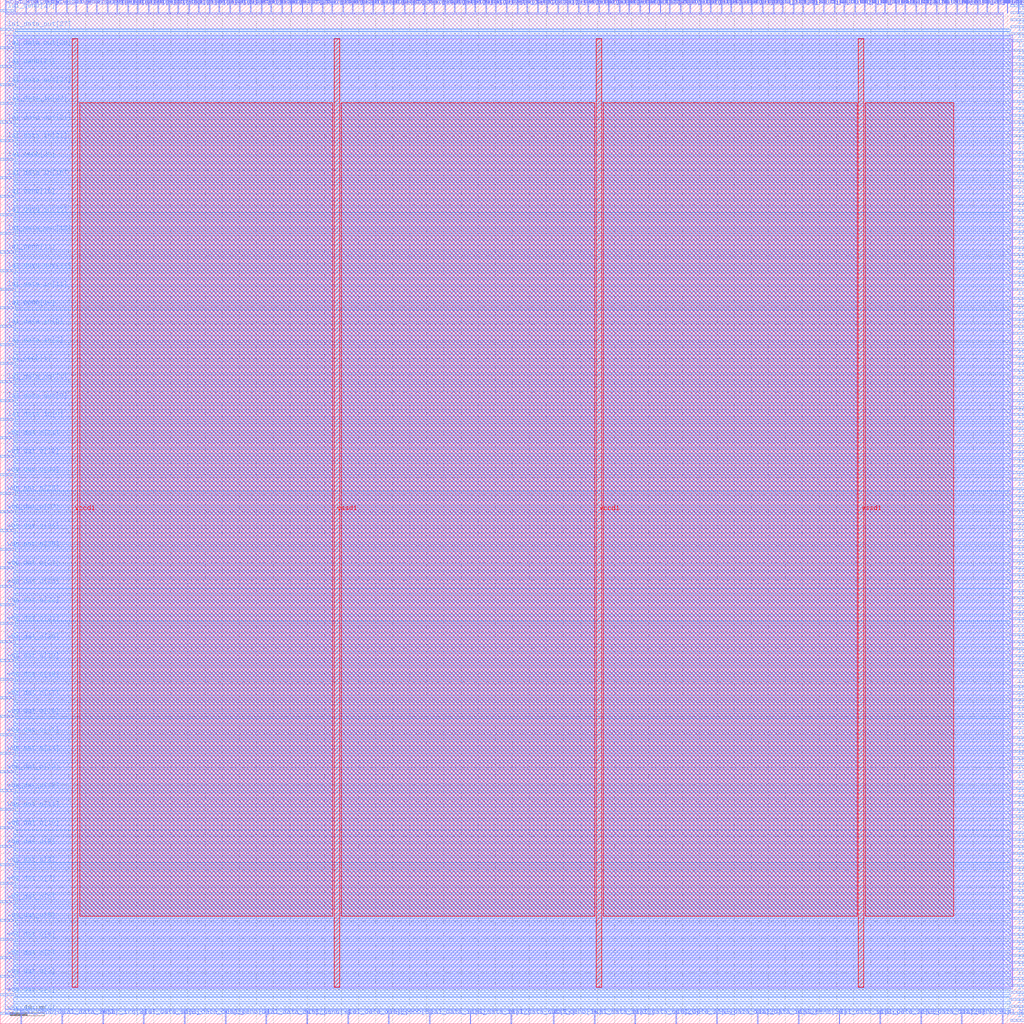
<source format=lef>
VERSION 5.7 ;
  NOWIREEXTENSIONATPIN ON ;
  DIVIDERCHAR "/" ;
  BUSBITCHARS "[]" ;
MACRO zube_wrapped_project
  CLASS BLOCK ;
  FOREIGN zube_wrapped_project ;
  ORIGIN 0.000 0.000 ;
  SIZE 300.000 BY 300.000 ;
  PIN active
    DIRECTION INPUT ;
    USE SIGNAL ;
    PORT
      LAYER met2 ;
        RECT 19.410 296.000 19.690 300.000 ;
    END
  END active
  PIN io_in[0]
    DIRECTION INPUT ;
    USE SIGNAL ;
    PORT
      LAYER met3 ;
        RECT 296.000 0.720 300.000 1.320 ;
    END
  END io_in[0]
  PIN io_in[10]
    DIRECTION INPUT ;
    USE SIGNAL ;
    PORT
      LAYER met3 ;
        RECT 296.000 64.640 300.000 65.240 ;
    END
  END io_in[10]
  PIN io_in[11]
    DIRECTION INPUT ;
    USE SIGNAL ;
    PORT
      LAYER met3 ;
        RECT 296.000 70.760 300.000 71.360 ;
    END
  END io_in[11]
  PIN io_in[12]
    DIRECTION INPUT ;
    USE SIGNAL ;
    PORT
      LAYER met3 ;
        RECT 296.000 77.560 300.000 78.160 ;
    END
  END io_in[12]
  PIN io_in[13]
    DIRECTION INPUT ;
    USE SIGNAL ;
    PORT
      LAYER met3 ;
        RECT 296.000 83.680 300.000 84.280 ;
    END
  END io_in[13]
  PIN io_in[14]
    DIRECTION INPUT ;
    USE SIGNAL ;
    PORT
      LAYER met3 ;
        RECT 296.000 90.480 300.000 91.080 ;
    END
  END io_in[14]
  PIN io_in[15]
    DIRECTION INPUT ;
    USE SIGNAL ;
    PORT
      LAYER met3 ;
        RECT 296.000 96.600 300.000 97.200 ;
    END
  END io_in[15]
  PIN io_in[16]
    DIRECTION INPUT ;
    USE SIGNAL ;
    PORT
      LAYER met3 ;
        RECT 296.000 103.400 300.000 104.000 ;
    END
  END io_in[16]
  PIN io_in[17]
    DIRECTION INPUT ;
    USE SIGNAL ;
    PORT
      LAYER met3 ;
        RECT 296.000 109.520 300.000 110.120 ;
    END
  END io_in[17]
  PIN io_in[18]
    DIRECTION INPUT ;
    USE SIGNAL ;
    PORT
      LAYER met3 ;
        RECT 296.000 116.320 300.000 116.920 ;
    END
  END io_in[18]
  PIN io_in[19]
    DIRECTION INPUT ;
    USE SIGNAL ;
    PORT
      LAYER met3 ;
        RECT 296.000 122.440 300.000 123.040 ;
    END
  END io_in[19]
  PIN io_in[1]
    DIRECTION INPUT ;
    USE SIGNAL ;
    PORT
      LAYER met3 ;
        RECT 296.000 6.840 300.000 7.440 ;
    END
  END io_in[1]
  PIN io_in[20]
    DIRECTION INPUT ;
    USE SIGNAL ;
    PORT
      LAYER met3 ;
        RECT 296.000 129.240 300.000 129.840 ;
    END
  END io_in[20]
  PIN io_in[21]
    DIRECTION INPUT ;
    USE SIGNAL ;
    PORT
      LAYER met3 ;
        RECT 296.000 135.360 300.000 135.960 ;
    END
  END io_in[21]
  PIN io_in[22]
    DIRECTION INPUT ;
    USE SIGNAL ;
    PORT
      LAYER met3 ;
        RECT 296.000 141.480 300.000 142.080 ;
    END
  END io_in[22]
  PIN io_in[23]
    DIRECTION INPUT ;
    USE SIGNAL ;
    PORT
      LAYER met3 ;
        RECT 296.000 148.280 300.000 148.880 ;
    END
  END io_in[23]
  PIN io_in[24]
    DIRECTION INPUT ;
    USE SIGNAL ;
    PORT
      LAYER met3 ;
        RECT 296.000 154.400 300.000 155.000 ;
    END
  END io_in[24]
  PIN io_in[25]
    DIRECTION INPUT ;
    USE SIGNAL ;
    PORT
      LAYER met3 ;
        RECT 296.000 161.200 300.000 161.800 ;
    END
  END io_in[25]
  PIN io_in[26]
    DIRECTION INPUT ;
    USE SIGNAL ;
    PORT
      LAYER met3 ;
        RECT 296.000 167.320 300.000 167.920 ;
    END
  END io_in[26]
  PIN io_in[27]
    DIRECTION INPUT ;
    USE SIGNAL ;
    PORT
      LAYER met3 ;
        RECT 296.000 174.120 300.000 174.720 ;
    END
  END io_in[27]
  PIN io_in[28]
    DIRECTION INPUT ;
    USE SIGNAL ;
    PORT
      LAYER met3 ;
        RECT 296.000 180.240 300.000 180.840 ;
    END
  END io_in[28]
  PIN io_in[29]
    DIRECTION INPUT ;
    USE SIGNAL ;
    PORT
      LAYER met3 ;
        RECT 296.000 187.040 300.000 187.640 ;
    END
  END io_in[29]
  PIN io_in[2]
    DIRECTION INPUT ;
    USE SIGNAL ;
    PORT
      LAYER met3 ;
        RECT 296.000 12.960 300.000 13.560 ;
    END
  END io_in[2]
  PIN io_in[30]
    DIRECTION INPUT ;
    USE SIGNAL ;
    PORT
      LAYER met3 ;
        RECT 296.000 193.160 300.000 193.760 ;
    END
  END io_in[30]
  PIN io_in[31]
    DIRECTION INPUT ;
    USE SIGNAL ;
    PORT
      LAYER met3 ;
        RECT 296.000 199.280 300.000 199.880 ;
    END
  END io_in[31]
  PIN io_in[32]
    DIRECTION INPUT ;
    USE SIGNAL ;
    PORT
      LAYER met3 ;
        RECT 296.000 206.080 300.000 206.680 ;
    END
  END io_in[32]
  PIN io_in[33]
    DIRECTION INPUT ;
    USE SIGNAL ;
    PORT
      LAYER met3 ;
        RECT 296.000 212.200 300.000 212.800 ;
    END
  END io_in[33]
  PIN io_in[34]
    DIRECTION INPUT ;
    USE SIGNAL ;
    PORT
      LAYER met3 ;
        RECT 296.000 219.000 300.000 219.600 ;
    END
  END io_in[34]
  PIN io_in[35]
    DIRECTION INPUT ;
    USE SIGNAL ;
    PORT
      LAYER met3 ;
        RECT 296.000 225.120 300.000 225.720 ;
    END
  END io_in[35]
  PIN io_in[36]
    DIRECTION INPUT ;
    USE SIGNAL ;
    PORT
      LAYER met3 ;
        RECT 296.000 231.920 300.000 232.520 ;
    END
  END io_in[36]
  PIN io_in[37]
    DIRECTION INPUT ;
    USE SIGNAL ;
    PORT
      LAYER met3 ;
        RECT 296.000 238.040 300.000 238.640 ;
    END
  END io_in[37]
  PIN io_in[3]
    DIRECTION INPUT ;
    USE SIGNAL ;
    PORT
      LAYER met3 ;
        RECT 296.000 19.760 300.000 20.360 ;
    END
  END io_in[3]
  PIN io_in[4]
    DIRECTION INPUT ;
    USE SIGNAL ;
    PORT
      LAYER met3 ;
        RECT 296.000 25.880 300.000 26.480 ;
    END
  END io_in[4]
  PIN io_in[5]
    DIRECTION INPUT ;
    USE SIGNAL ;
    PORT
      LAYER met3 ;
        RECT 296.000 32.680 300.000 33.280 ;
    END
  END io_in[5]
  PIN io_in[6]
    DIRECTION INPUT ;
    USE SIGNAL ;
    PORT
      LAYER met3 ;
        RECT 296.000 38.800 300.000 39.400 ;
    END
  END io_in[6]
  PIN io_in[7]
    DIRECTION INPUT ;
    USE SIGNAL ;
    PORT
      LAYER met3 ;
        RECT 296.000 45.600 300.000 46.200 ;
    END
  END io_in[7]
  PIN io_in[8]
    DIRECTION INPUT ;
    USE SIGNAL ;
    PORT
      LAYER met3 ;
        RECT 296.000 51.720 300.000 52.320 ;
    END
  END io_in[8]
  PIN io_in[9]
    DIRECTION INPUT ;
    USE SIGNAL ;
    PORT
      LAYER met3 ;
        RECT 296.000 58.520 300.000 59.120 ;
    END
  END io_in[9]
  PIN io_oeb[0]
    DIRECTION OUTPUT TRISTATE ;
    USE SIGNAL ;
    PORT
      LAYER met3 ;
        RECT 296.000 4.800 300.000 5.400 ;
    END
  END io_oeb[0]
  PIN io_oeb[10]
    DIRECTION OUTPUT TRISTATE ;
    USE SIGNAL ;
    PORT
      LAYER met3 ;
        RECT 296.000 68.720 300.000 69.320 ;
    END
  END io_oeb[10]
  PIN io_oeb[11]
    DIRECTION OUTPUT TRISTATE ;
    USE SIGNAL ;
    PORT
      LAYER met3 ;
        RECT 296.000 75.520 300.000 76.120 ;
    END
  END io_oeb[11]
  PIN io_oeb[12]
    DIRECTION OUTPUT TRISTATE ;
    USE SIGNAL ;
    PORT
      LAYER met3 ;
        RECT 296.000 81.640 300.000 82.240 ;
    END
  END io_oeb[12]
  PIN io_oeb[13]
    DIRECTION OUTPUT TRISTATE ;
    USE SIGNAL ;
    PORT
      LAYER met3 ;
        RECT 296.000 88.440 300.000 89.040 ;
    END
  END io_oeb[13]
  PIN io_oeb[14]
    DIRECTION OUTPUT TRISTATE ;
    USE SIGNAL ;
    PORT
      LAYER met3 ;
        RECT 296.000 94.560 300.000 95.160 ;
    END
  END io_oeb[14]
  PIN io_oeb[15]
    DIRECTION OUTPUT TRISTATE ;
    USE SIGNAL ;
    PORT
      LAYER met3 ;
        RECT 296.000 101.360 300.000 101.960 ;
    END
  END io_oeb[15]
  PIN io_oeb[16]
    DIRECTION OUTPUT TRISTATE ;
    USE SIGNAL ;
    PORT
      LAYER met3 ;
        RECT 296.000 107.480 300.000 108.080 ;
    END
  END io_oeb[16]
  PIN io_oeb[17]
    DIRECTION OUTPUT TRISTATE ;
    USE SIGNAL ;
    PORT
      LAYER met3 ;
        RECT 296.000 113.600 300.000 114.200 ;
    END
  END io_oeb[17]
  PIN io_oeb[18]
    DIRECTION OUTPUT TRISTATE ;
    USE SIGNAL ;
    PORT
      LAYER met3 ;
        RECT 296.000 120.400 300.000 121.000 ;
    END
  END io_oeb[18]
  PIN io_oeb[19]
    DIRECTION OUTPUT TRISTATE ;
    USE SIGNAL ;
    PORT
      LAYER met3 ;
        RECT 296.000 126.520 300.000 127.120 ;
    END
  END io_oeb[19]
  PIN io_oeb[1]
    DIRECTION OUTPUT TRISTATE ;
    USE SIGNAL ;
    PORT
      LAYER met3 ;
        RECT 296.000 10.920 300.000 11.520 ;
    END
  END io_oeb[1]
  PIN io_oeb[20]
    DIRECTION OUTPUT TRISTATE ;
    USE SIGNAL ;
    PORT
      LAYER met3 ;
        RECT 296.000 133.320 300.000 133.920 ;
    END
  END io_oeb[20]
  PIN io_oeb[21]
    DIRECTION OUTPUT TRISTATE ;
    USE SIGNAL ;
    PORT
      LAYER met3 ;
        RECT 296.000 139.440 300.000 140.040 ;
    END
  END io_oeb[21]
  PIN io_oeb[22]
    DIRECTION OUTPUT TRISTATE ;
    USE SIGNAL ;
    PORT
      LAYER met3 ;
        RECT 296.000 146.240 300.000 146.840 ;
    END
  END io_oeb[22]
  PIN io_oeb[23]
    DIRECTION OUTPUT TRISTATE ;
    USE SIGNAL ;
    PORT
      LAYER met3 ;
        RECT 296.000 152.360 300.000 152.960 ;
    END
  END io_oeb[23]
  PIN io_oeb[24]
    DIRECTION OUTPUT TRISTATE ;
    USE SIGNAL ;
    PORT
      LAYER met3 ;
        RECT 296.000 159.160 300.000 159.760 ;
    END
  END io_oeb[24]
  PIN io_oeb[25]
    DIRECTION OUTPUT TRISTATE ;
    USE SIGNAL ;
    PORT
      LAYER met3 ;
        RECT 296.000 165.280 300.000 165.880 ;
    END
  END io_oeb[25]
  PIN io_oeb[26]
    DIRECTION OUTPUT TRISTATE ;
    USE SIGNAL ;
    PORT
      LAYER met3 ;
        RECT 296.000 172.080 300.000 172.680 ;
    END
  END io_oeb[26]
  PIN io_oeb[27]
    DIRECTION OUTPUT TRISTATE ;
    USE SIGNAL ;
    PORT
      LAYER met3 ;
        RECT 296.000 178.200 300.000 178.800 ;
    END
  END io_oeb[27]
  PIN io_oeb[28]
    DIRECTION OUTPUT TRISTATE ;
    USE SIGNAL ;
    PORT
      LAYER met3 ;
        RECT 296.000 184.320 300.000 184.920 ;
    END
  END io_oeb[28]
  PIN io_oeb[29]
    DIRECTION OUTPUT TRISTATE ;
    USE SIGNAL ;
    PORT
      LAYER met3 ;
        RECT 296.000 191.120 300.000 191.720 ;
    END
  END io_oeb[29]
  PIN io_oeb[2]
    DIRECTION OUTPUT TRISTATE ;
    USE SIGNAL ;
    PORT
      LAYER met3 ;
        RECT 296.000 17.720 300.000 18.320 ;
    END
  END io_oeb[2]
  PIN io_oeb[30]
    DIRECTION OUTPUT TRISTATE ;
    USE SIGNAL ;
    PORT
      LAYER met3 ;
        RECT 296.000 197.240 300.000 197.840 ;
    END
  END io_oeb[30]
  PIN io_oeb[31]
    DIRECTION OUTPUT TRISTATE ;
    USE SIGNAL ;
    PORT
      LAYER met3 ;
        RECT 296.000 204.040 300.000 204.640 ;
    END
  END io_oeb[31]
  PIN io_oeb[32]
    DIRECTION OUTPUT TRISTATE ;
    USE SIGNAL ;
    PORT
      LAYER met3 ;
        RECT 296.000 210.160 300.000 210.760 ;
    END
  END io_oeb[32]
  PIN io_oeb[33]
    DIRECTION OUTPUT TRISTATE ;
    USE SIGNAL ;
    PORT
      LAYER met3 ;
        RECT 296.000 216.960 300.000 217.560 ;
    END
  END io_oeb[33]
  PIN io_oeb[34]
    DIRECTION OUTPUT TRISTATE ;
    USE SIGNAL ;
    PORT
      LAYER met3 ;
        RECT 296.000 223.080 300.000 223.680 ;
    END
  END io_oeb[34]
  PIN io_oeb[35]
    DIRECTION OUTPUT TRISTATE ;
    USE SIGNAL ;
    PORT
      LAYER met3 ;
        RECT 296.000 229.880 300.000 230.480 ;
    END
  END io_oeb[35]
  PIN io_oeb[36]
    DIRECTION OUTPUT TRISTATE ;
    USE SIGNAL ;
    PORT
      LAYER met3 ;
        RECT 296.000 236.000 300.000 236.600 ;
    END
  END io_oeb[36]
  PIN io_oeb[37]
    DIRECTION OUTPUT TRISTATE ;
    USE SIGNAL ;
    PORT
      LAYER met3 ;
        RECT 296.000 242.120 300.000 242.720 ;
    END
  END io_oeb[37]
  PIN io_oeb[3]
    DIRECTION OUTPUT TRISTATE ;
    USE SIGNAL ;
    PORT
      LAYER met3 ;
        RECT 296.000 23.840 300.000 24.440 ;
    END
  END io_oeb[3]
  PIN io_oeb[4]
    DIRECTION OUTPUT TRISTATE ;
    USE SIGNAL ;
    PORT
      LAYER met3 ;
        RECT 296.000 30.640 300.000 31.240 ;
    END
  END io_oeb[4]
  PIN io_oeb[5]
    DIRECTION OUTPUT TRISTATE ;
    USE SIGNAL ;
    PORT
      LAYER met3 ;
        RECT 296.000 36.760 300.000 37.360 ;
    END
  END io_oeb[5]
  PIN io_oeb[6]
    DIRECTION OUTPUT TRISTATE ;
    USE SIGNAL ;
    PORT
      LAYER met3 ;
        RECT 296.000 43.560 300.000 44.160 ;
    END
  END io_oeb[6]
  PIN io_oeb[7]
    DIRECTION OUTPUT TRISTATE ;
    USE SIGNAL ;
    PORT
      LAYER met3 ;
        RECT 296.000 49.680 300.000 50.280 ;
    END
  END io_oeb[7]
  PIN io_oeb[8]
    DIRECTION OUTPUT TRISTATE ;
    USE SIGNAL ;
    PORT
      LAYER met3 ;
        RECT 296.000 55.800 300.000 56.400 ;
    END
  END io_oeb[8]
  PIN io_oeb[9]
    DIRECTION OUTPUT TRISTATE ;
    USE SIGNAL ;
    PORT
      LAYER met3 ;
        RECT 296.000 62.600 300.000 63.200 ;
    END
  END io_oeb[9]
  PIN io_out[0]
    DIRECTION OUTPUT TRISTATE ;
    USE SIGNAL ;
    PORT
      LAYER met3 ;
        RECT 296.000 2.760 300.000 3.360 ;
    END
  END io_out[0]
  PIN io_out[10]
    DIRECTION OUTPUT TRISTATE ;
    USE SIGNAL ;
    PORT
      LAYER met3 ;
        RECT 296.000 66.680 300.000 67.280 ;
    END
  END io_out[10]
  PIN io_out[11]
    DIRECTION OUTPUT TRISTATE ;
    USE SIGNAL ;
    PORT
      LAYER met3 ;
        RECT 296.000 73.480 300.000 74.080 ;
    END
  END io_out[11]
  PIN io_out[12]
    DIRECTION OUTPUT TRISTATE ;
    USE SIGNAL ;
    PORT
      LAYER met3 ;
        RECT 296.000 79.600 300.000 80.200 ;
    END
  END io_out[12]
  PIN io_out[13]
    DIRECTION OUTPUT TRISTATE ;
    USE SIGNAL ;
    PORT
      LAYER met3 ;
        RECT 296.000 86.400 300.000 87.000 ;
    END
  END io_out[13]
  PIN io_out[14]
    DIRECTION OUTPUT TRISTATE ;
    USE SIGNAL ;
    PORT
      LAYER met3 ;
        RECT 296.000 92.520 300.000 93.120 ;
    END
  END io_out[14]
  PIN io_out[15]
    DIRECTION OUTPUT TRISTATE ;
    USE SIGNAL ;
    PORT
      LAYER met3 ;
        RECT 296.000 98.640 300.000 99.240 ;
    END
  END io_out[15]
  PIN io_out[16]
    DIRECTION OUTPUT TRISTATE ;
    USE SIGNAL ;
    PORT
      LAYER met3 ;
        RECT 296.000 105.440 300.000 106.040 ;
    END
  END io_out[16]
  PIN io_out[17]
    DIRECTION OUTPUT TRISTATE ;
    USE SIGNAL ;
    PORT
      LAYER met3 ;
        RECT 296.000 111.560 300.000 112.160 ;
    END
  END io_out[17]
  PIN io_out[18]
    DIRECTION OUTPUT TRISTATE ;
    USE SIGNAL ;
    PORT
      LAYER met3 ;
        RECT 296.000 118.360 300.000 118.960 ;
    END
  END io_out[18]
  PIN io_out[19]
    DIRECTION OUTPUT TRISTATE ;
    USE SIGNAL ;
    PORT
      LAYER met3 ;
        RECT 296.000 124.480 300.000 125.080 ;
    END
  END io_out[19]
  PIN io_out[1]
    DIRECTION OUTPUT TRISTATE ;
    USE SIGNAL ;
    PORT
      LAYER met3 ;
        RECT 296.000 8.880 300.000 9.480 ;
    END
  END io_out[1]
  PIN io_out[20]
    DIRECTION OUTPUT TRISTATE ;
    USE SIGNAL ;
    PORT
      LAYER met3 ;
        RECT 296.000 131.280 300.000 131.880 ;
    END
  END io_out[20]
  PIN io_out[21]
    DIRECTION OUTPUT TRISTATE ;
    USE SIGNAL ;
    PORT
      LAYER met3 ;
        RECT 296.000 137.400 300.000 138.000 ;
    END
  END io_out[21]
  PIN io_out[22]
    DIRECTION OUTPUT TRISTATE ;
    USE SIGNAL ;
    PORT
      LAYER met3 ;
        RECT 296.000 144.200 300.000 144.800 ;
    END
  END io_out[22]
  PIN io_out[23]
    DIRECTION OUTPUT TRISTATE ;
    USE SIGNAL ;
    PORT
      LAYER met3 ;
        RECT 296.000 150.320 300.000 150.920 ;
    END
  END io_out[23]
  PIN io_out[24]
    DIRECTION OUTPUT TRISTATE ;
    USE SIGNAL ;
    PORT
      LAYER met3 ;
        RECT 296.000 156.440 300.000 157.040 ;
    END
  END io_out[24]
  PIN io_out[25]
    DIRECTION OUTPUT TRISTATE ;
    USE SIGNAL ;
    PORT
      LAYER met3 ;
        RECT 296.000 163.240 300.000 163.840 ;
    END
  END io_out[25]
  PIN io_out[26]
    DIRECTION OUTPUT TRISTATE ;
    USE SIGNAL ;
    PORT
      LAYER met3 ;
        RECT 296.000 169.360 300.000 169.960 ;
    END
  END io_out[26]
  PIN io_out[27]
    DIRECTION OUTPUT TRISTATE ;
    USE SIGNAL ;
    PORT
      LAYER met3 ;
        RECT 296.000 176.160 300.000 176.760 ;
    END
  END io_out[27]
  PIN io_out[28]
    DIRECTION OUTPUT TRISTATE ;
    USE SIGNAL ;
    PORT
      LAYER met3 ;
        RECT 296.000 182.280 300.000 182.880 ;
    END
  END io_out[28]
  PIN io_out[29]
    DIRECTION OUTPUT TRISTATE ;
    USE SIGNAL ;
    PORT
      LAYER met3 ;
        RECT 296.000 189.080 300.000 189.680 ;
    END
  END io_out[29]
  PIN io_out[2]
    DIRECTION OUTPUT TRISTATE ;
    USE SIGNAL ;
    PORT
      LAYER met3 ;
        RECT 296.000 15.680 300.000 16.280 ;
    END
  END io_out[2]
  PIN io_out[30]
    DIRECTION OUTPUT TRISTATE ;
    USE SIGNAL ;
    PORT
      LAYER met3 ;
        RECT 296.000 195.200 300.000 195.800 ;
    END
  END io_out[30]
  PIN io_out[31]
    DIRECTION OUTPUT TRISTATE ;
    USE SIGNAL ;
    PORT
      LAYER met3 ;
        RECT 296.000 202.000 300.000 202.600 ;
    END
  END io_out[31]
  PIN io_out[32]
    DIRECTION OUTPUT TRISTATE ;
    USE SIGNAL ;
    PORT
      LAYER met3 ;
        RECT 296.000 208.120 300.000 208.720 ;
    END
  END io_out[32]
  PIN io_out[33]
    DIRECTION OUTPUT TRISTATE ;
    USE SIGNAL ;
    PORT
      LAYER met3 ;
        RECT 296.000 214.920 300.000 215.520 ;
    END
  END io_out[33]
  PIN io_out[34]
    DIRECTION OUTPUT TRISTATE ;
    USE SIGNAL ;
    PORT
      LAYER met3 ;
        RECT 296.000 221.040 300.000 221.640 ;
    END
  END io_out[34]
  PIN io_out[35]
    DIRECTION OUTPUT TRISTATE ;
    USE SIGNAL ;
    PORT
      LAYER met3 ;
        RECT 296.000 227.160 300.000 227.760 ;
    END
  END io_out[35]
  PIN io_out[36]
    DIRECTION OUTPUT TRISTATE ;
    USE SIGNAL ;
    PORT
      LAYER met3 ;
        RECT 296.000 233.960 300.000 234.560 ;
    END
  END io_out[36]
  PIN io_out[37]
    DIRECTION OUTPUT TRISTATE ;
    USE SIGNAL ;
    PORT
      LAYER met3 ;
        RECT 296.000 240.080 300.000 240.680 ;
    END
  END io_out[37]
  PIN io_out[3]
    DIRECTION OUTPUT TRISTATE ;
    USE SIGNAL ;
    PORT
      LAYER met3 ;
        RECT 296.000 21.800 300.000 22.400 ;
    END
  END io_out[3]
  PIN io_out[4]
    DIRECTION OUTPUT TRISTATE ;
    USE SIGNAL ;
    PORT
      LAYER met3 ;
        RECT 296.000 27.920 300.000 28.520 ;
    END
  END io_out[4]
  PIN io_out[5]
    DIRECTION OUTPUT TRISTATE ;
    USE SIGNAL ;
    PORT
      LAYER met3 ;
        RECT 296.000 34.720 300.000 35.320 ;
    END
  END io_out[5]
  PIN io_out[6]
    DIRECTION OUTPUT TRISTATE ;
    USE SIGNAL ;
    PORT
      LAYER met3 ;
        RECT 296.000 40.840 300.000 41.440 ;
    END
  END io_out[6]
  PIN io_out[7]
    DIRECTION OUTPUT TRISTATE ;
    USE SIGNAL ;
    PORT
      LAYER met3 ;
        RECT 296.000 47.640 300.000 48.240 ;
    END
  END io_out[7]
  PIN io_out[8]
    DIRECTION OUTPUT TRISTATE ;
    USE SIGNAL ;
    PORT
      LAYER met3 ;
        RECT 296.000 53.760 300.000 54.360 ;
    END
  END io_out[8]
  PIN io_out[9]
    DIRECTION OUTPUT TRISTATE ;
    USE SIGNAL ;
    PORT
      LAYER met3 ;
        RECT 296.000 60.560 300.000 61.160 ;
    END
  END io_out[9]
  PIN la1_data_in[0]
    DIRECTION INPUT ;
    USE SIGNAL ;
    PORT
      LAYER met3 ;
        RECT 0.000 176.840 4.000 177.440 ;
    END
  END la1_data_in[0]
  PIN la1_data_in[10]
    DIRECTION INPUT ;
    USE SIGNAL ;
    PORT
      LAYER met2 ;
        RECT 247.110 296.000 247.390 300.000 ;
    END
  END la1_data_in[10]
  PIN la1_data_in[11]
    DIRECTION INPUT ;
    USE SIGNAL ;
    PORT
      LAYER met3 ;
        RECT 0.000 214.920 4.000 215.520 ;
    END
  END la1_data_in[11]
  PIN la1_data_in[12]
    DIRECTION INPUT ;
    USE SIGNAL ;
    PORT
      LAYER met2 ;
        RECT 250.330 296.000 250.610 300.000 ;
    END
  END la1_data_in[12]
  PIN la1_data_in[13]
    DIRECTION INPUT ;
    USE SIGNAL ;
    PORT
      LAYER met3 ;
        RECT 296.000 267.960 300.000 268.560 ;
    END
  END la1_data_in[13]
  PIN la1_data_in[14]
    DIRECTION INPUT ;
    USE SIGNAL ;
    PORT
      LAYER met3 ;
        RECT 296.000 274.760 300.000 275.360 ;
    END
  END la1_data_in[14]
  PIN la1_data_in[15]
    DIRECTION INPUT ;
    USE SIGNAL ;
    PORT
      LAYER met3 ;
        RECT 0.000 236.680 4.000 237.280 ;
    END
  END la1_data_in[15]
  PIN la1_data_in[16]
    DIRECTION INPUT ;
    USE SIGNAL ;
    PORT
      LAYER met2 ;
        RECT 256.310 296.000 256.590 300.000 ;
    END
  END la1_data_in[16]
  PIN la1_data_in[17]
    DIRECTION INPUT ;
    USE SIGNAL ;
    PORT
      LAYER met2 ;
        RECT 137.630 0.000 137.910 4.000 ;
    END
  END la1_data_in[17]
  PIN la1_data_in[18]
    DIRECTION INPUT ;
    USE SIGNAL ;
    PORT
      LAYER met3 ;
        RECT 0.000 247.560 4.000 248.160 ;
    END
  END la1_data_in[18]
  PIN la1_data_in[19]
    DIRECTION INPUT ;
    USE SIGNAL ;
    PORT
      LAYER met2 ;
        RECT 268.270 296.000 268.550 300.000 ;
    END
  END la1_data_in[19]
  PIN la1_data_in[1]
    DIRECTION INPUT ;
    USE SIGNAL ;
    PORT
      LAYER met2 ;
        RECT 18.030 0.000 18.310 4.000 ;
    END
  END la1_data_in[1]
  PIN la1_data_in[20]
    DIRECTION INPUT ;
    USE SIGNAL ;
    PORT
      LAYER met2 ;
        RECT 173.970 0.000 174.250 4.000 ;
    END
  END la1_data_in[20]
  PIN la1_data_in[21]
    DIRECTION INPUT ;
    USE SIGNAL ;
    PORT
      LAYER met3 ;
        RECT 0.000 258.440 4.000 259.040 ;
    END
  END la1_data_in[21]
  PIN la1_data_in[22]
    DIRECTION INPUT ;
    USE SIGNAL ;
    PORT
      LAYER met2 ;
        RECT 277.010 296.000 277.290 300.000 ;
    END
  END la1_data_in[22]
  PIN la1_data_in[23]
    DIRECTION INPUT ;
    USE SIGNAL ;
    PORT
      LAYER met3 ;
        RECT 0.000 269.320 4.000 269.920 ;
    END
  END la1_data_in[23]
  PIN la1_data_in[24]
    DIRECTION INPUT ;
    USE SIGNAL ;
    PORT
      LAYER met2 ;
        RECT 197.890 0.000 198.170 4.000 ;
    END
  END la1_data_in[24]
  PIN la1_data_in[25]
    DIRECTION INPUT ;
    USE SIGNAL ;
    PORT
      LAYER met3 ;
        RECT 296.000 291.760 300.000 292.360 ;
    END
  END la1_data_in[25]
  PIN la1_data_in[26]
    DIRECTION INPUT ;
    USE SIGNAL ;
    PORT
      LAYER met2 ;
        RECT 221.810 0.000 222.090 4.000 ;
    END
  END la1_data_in[26]
  PIN la1_data_in[27]
    DIRECTION INPUT ;
    USE SIGNAL ;
    PORT
      LAYER met2 ;
        RECT 245.730 0.000 246.010 4.000 ;
    END
  END la1_data_in[27]
  PIN la1_data_in[28]
    DIRECTION INPUT ;
    USE SIGNAL ;
    PORT
      LAYER met2 ;
        RECT 257.690 0.000 257.970 4.000 ;
    END
  END la1_data_in[28]
  PIN la1_data_in[29]
    DIRECTION INPUT ;
    USE SIGNAL ;
    PORT
      LAYER met3 ;
        RECT 296.000 295.840 300.000 296.440 ;
    END
  END la1_data_in[29]
  PIN la1_data_in[2]
    DIRECTION INPUT ;
    USE SIGNAL ;
    PORT
      LAYER met3 ;
        RECT 0.000 198.600 4.000 199.200 ;
    END
  END la1_data_in[2]
  PIN la1_data_in[30]
    DIRECTION INPUT ;
    USE SIGNAL ;
    PORT
      LAYER met3 ;
        RECT 296.000 297.880 300.000 298.480 ;
    END
  END la1_data_in[30]
  PIN la1_data_in[31]
    DIRECTION INPUT ;
    USE SIGNAL ;
    PORT
      LAYER met2 ;
        RECT 294.950 296.000 295.230 300.000 ;
    END
  END la1_data_in[31]
  PIN la1_data_in[3]
    DIRECTION INPUT ;
    USE SIGNAL ;
    PORT
      LAYER met2 ;
        RECT 41.950 0.000 42.230 4.000 ;
    END
  END la1_data_in[3]
  PIN la1_data_in[4]
    DIRECTION INPUT ;
    USE SIGNAL ;
    PORT
      LAYER met2 ;
        RECT 232.390 296.000 232.670 300.000 ;
    END
  END la1_data_in[4]
  PIN la1_data_in[5]
    DIRECTION INPUT ;
    USE SIGNAL ;
    PORT
      LAYER met3 ;
        RECT 0.000 204.040 4.000 204.640 ;
    END
  END la1_data_in[5]
  PIN la1_data_in[6]
    DIRECTION INPUT ;
    USE SIGNAL ;
    PORT
      LAYER met3 ;
        RECT 296.000 255.040 300.000 255.640 ;
    END
  END la1_data_in[6]
  PIN la1_data_in[7]
    DIRECTION INPUT ;
    USE SIGNAL ;
    PORT
      LAYER met2 ;
        RECT 241.130 296.000 241.410 300.000 ;
    END
  END la1_data_in[7]
  PIN la1_data_in[8]
    DIRECTION INPUT ;
    USE SIGNAL ;
    PORT
      LAYER met2 ;
        RECT 244.350 296.000 244.630 300.000 ;
    END
  END la1_data_in[8]
  PIN la1_data_in[9]
    DIRECTION INPUT ;
    USE SIGNAL ;
    PORT
      LAYER met2 ;
        RECT 125.670 0.000 125.950 4.000 ;
    END
  END la1_data_in[9]
  PIN la1_data_out[0]
    DIRECTION OUTPUT TRISTATE ;
    USE SIGNAL ;
    PORT
      LAYER met3 ;
        RECT 0.000 182.280 4.000 182.880 ;
    END
  END la1_data_out[0]
  PIN la1_data_out[10]
    DIRECTION OUTPUT TRISTATE ;
    USE SIGNAL ;
    PORT
      LAYER met3 ;
        RECT 296.000 263.880 300.000 264.480 ;
    END
  END la1_data_out[10]
  PIN la1_data_out[11]
    DIRECTION OUTPUT TRISTATE ;
    USE SIGNAL ;
    PORT
      LAYER met3 ;
        RECT 0.000 220.360 4.000 220.960 ;
    END
  END la1_data_out[11]
  PIN la1_data_out[12]
    DIRECTION OUTPUT TRISTATE ;
    USE SIGNAL ;
    PORT
      LAYER met3 ;
        RECT 0.000 231.240 4.000 231.840 ;
    END
  END la1_data_out[12]
  PIN la1_data_out[13]
    DIRECTION OUTPUT TRISTATE ;
    USE SIGNAL ;
    PORT
      LAYER met3 ;
        RECT 296.000 270.000 300.000 270.600 ;
    END
  END la1_data_out[13]
  PIN la1_data_out[14]
    DIRECTION OUTPUT TRISTATE ;
    USE SIGNAL ;
    PORT
      LAYER met2 ;
        RECT 253.090 296.000 253.370 300.000 ;
    END
  END la1_data_out[14]
  PIN la1_data_out[15]
    DIRECTION OUTPUT TRISTATE ;
    USE SIGNAL ;
    PORT
      LAYER met3 ;
        RECT 296.000 278.840 300.000 279.440 ;
    END
  END la1_data_out[15]
  PIN la1_data_out[16]
    DIRECTION OUTPUT TRISTATE ;
    USE SIGNAL ;
    PORT
      LAYER met2 ;
        RECT 259.070 296.000 259.350 300.000 ;
    END
  END la1_data_out[16]
  PIN la1_data_out[17]
    DIRECTION OUTPUT TRISTATE ;
    USE SIGNAL ;
    PORT
      LAYER met2 ;
        RECT 149.590 0.000 149.870 4.000 ;
    END
  END la1_data_out[17]
  PIN la1_data_out[18]
    DIRECTION OUTPUT TRISTATE ;
    USE SIGNAL ;
    PORT
      LAYER met2 ;
        RECT 265.050 296.000 265.330 300.000 ;
    END
  END la1_data_out[18]
  PIN la1_data_out[19]
    DIRECTION OUTPUT TRISTATE ;
    USE SIGNAL ;
    PORT
      LAYER met2 ;
        RECT 271.030 296.000 271.310 300.000 ;
    END
  END la1_data_out[19]
  PIN la1_data_out[1]
    DIRECTION OUTPUT TRISTATE ;
    USE SIGNAL ;
    PORT
      LAYER met3 ;
        RECT 0.000 187.720 4.000 188.320 ;
    END
  END la1_data_out[1]
  PIN la1_data_out[20]
    DIRECTION OUTPUT TRISTATE ;
    USE SIGNAL ;
    PORT
      LAYER met2 ;
        RECT 185.930 0.000 186.210 4.000 ;
    END
  END la1_data_out[20]
  PIN la1_data_out[21]
    DIRECTION OUTPUT TRISTATE ;
    USE SIGNAL ;
    PORT
      LAYER met3 ;
        RECT 0.000 263.880 4.000 264.480 ;
    END
  END la1_data_out[21]
  PIN la1_data_out[22]
    DIRECTION OUTPUT TRISTATE ;
    USE SIGNAL ;
    PORT
      LAYER met3 ;
        RECT 296.000 284.960 300.000 285.560 ;
    END
  END la1_data_out[22]
  PIN la1_data_out[23]
    DIRECTION OUTPUT TRISTATE ;
    USE SIGNAL ;
    PORT
      LAYER met3 ;
        RECT 296.000 289.720 300.000 290.320 ;
    END
  END la1_data_out[23]
  PIN la1_data_out[24]
    DIRECTION OUTPUT TRISTATE ;
    USE SIGNAL ;
    PORT
      LAYER met3 ;
        RECT 0.000 274.760 4.000 275.360 ;
    END
  END la1_data_out[24]
  PIN la1_data_out[25]
    DIRECTION OUTPUT TRISTATE ;
    USE SIGNAL ;
    PORT
      LAYER met2 ;
        RECT 209.850 0.000 210.130 4.000 ;
    END
  END la1_data_out[25]
  PIN la1_data_out[26]
    DIRECTION OUTPUT TRISTATE ;
    USE SIGNAL ;
    PORT
      LAYER met3 ;
        RECT 0.000 285.640 4.000 286.240 ;
    END
  END la1_data_out[26]
  PIN la1_data_out[27]
    DIRECTION OUTPUT TRISTATE ;
    USE SIGNAL ;
    PORT
      LAYER met3 ;
        RECT 0.000 291.080 4.000 291.680 ;
    END
  END la1_data_out[27]
  PIN la1_data_out[28]
    DIRECTION OUTPUT TRISTATE ;
    USE SIGNAL ;
    PORT
      LAYER met2 ;
        RECT 282.990 296.000 283.270 300.000 ;
    END
  END la1_data_out[28]
  PIN la1_data_out[29]
    DIRECTION OUTPUT TRISTATE ;
    USE SIGNAL ;
    PORT
      LAYER met2 ;
        RECT 269.650 0.000 269.930 4.000 ;
    END
  END la1_data_out[29]
  PIN la1_data_out[2]
    DIRECTION OUTPUT TRISTATE ;
    USE SIGNAL ;
    PORT
      LAYER met3 ;
        RECT 296.000 246.880 300.000 247.480 ;
    END
  END la1_data_out[2]
  PIN la1_data_out[30]
    DIRECTION OUTPUT TRISTATE ;
    USE SIGNAL ;
    PORT
      LAYER met2 ;
        RECT 292.190 296.000 292.470 300.000 ;
    END
  END la1_data_out[30]
  PIN la1_data_out[31]
    DIRECTION OUTPUT TRISTATE ;
    USE SIGNAL ;
    PORT
      LAYER met2 ;
        RECT 293.570 0.000 293.850 4.000 ;
    END
  END la1_data_out[31]
  PIN la1_data_out[3]
    DIRECTION OUTPUT TRISTATE ;
    USE SIGNAL ;
    PORT
      LAYER met2 ;
        RECT 53.910 0.000 54.190 4.000 ;
    END
  END la1_data_out[3]
  PIN la1_data_out[4]
    DIRECTION OUTPUT TRISTATE ;
    USE SIGNAL ;
    PORT
      LAYER met3 ;
        RECT 296.000 250.960 300.000 251.560 ;
    END
  END la1_data_out[4]
  PIN la1_data_out[5]
    DIRECTION OUTPUT TRISTATE ;
    USE SIGNAL ;
    PORT
      LAYER met2 ;
        RECT 238.370 296.000 238.650 300.000 ;
    END
  END la1_data_out[5]
  PIN la1_data_out[6]
    DIRECTION OUTPUT TRISTATE ;
    USE SIGNAL ;
    PORT
      LAYER met3 ;
        RECT 296.000 257.760 300.000 258.360 ;
    END
  END la1_data_out[6]
  PIN la1_data_out[7]
    DIRECTION OUTPUT TRISTATE ;
    USE SIGNAL ;
    PORT
      LAYER met2 ;
        RECT 77.830 0.000 78.110 4.000 ;
    END
  END la1_data_out[7]
  PIN la1_data_out[8]
    DIRECTION OUTPUT TRISTATE ;
    USE SIGNAL ;
    PORT
      LAYER met2 ;
        RECT 101.750 0.000 102.030 4.000 ;
    END
  END la1_data_out[8]
  PIN la1_data_out[9]
    DIRECTION OUTPUT TRISTATE ;
    USE SIGNAL ;
    PORT
      LAYER met3 ;
        RECT 296.000 259.800 300.000 260.400 ;
    END
  END la1_data_out[9]
  PIN la1_oenb[0]
    DIRECTION INPUT ;
    USE SIGNAL ;
    PORT
      LAYER met2 ;
        RECT 6.070 0.000 6.350 4.000 ;
    END
  END la1_oenb[0]
  PIN la1_oenb[10]
    DIRECTION INPUT ;
    USE SIGNAL ;
    PORT
      LAYER met3 ;
        RECT 0.000 209.480 4.000 210.080 ;
    END
  END la1_oenb[10]
  PIN la1_oenb[11]
    DIRECTION INPUT ;
    USE SIGNAL ;
    PORT
      LAYER met3 ;
        RECT 0.000 225.800 4.000 226.400 ;
    END
  END la1_oenb[11]
  PIN la1_oenb[12]
    DIRECTION INPUT ;
    USE SIGNAL ;
    PORT
      LAYER met3 ;
        RECT 296.000 265.920 300.000 266.520 ;
    END
  END la1_oenb[12]
  PIN la1_oenb[13]
    DIRECTION INPUT ;
    USE SIGNAL ;
    PORT
      LAYER met3 ;
        RECT 296.000 272.720 300.000 273.320 ;
    END
  END la1_oenb[13]
  PIN la1_oenb[14]
    DIRECTION INPUT ;
    USE SIGNAL ;
    PORT
      LAYER met3 ;
        RECT 296.000 276.800 300.000 277.400 ;
    END
  END la1_oenb[14]
  PIN la1_oenb[15]
    DIRECTION INPUT ;
    USE SIGNAL ;
    PORT
      LAYER met3 ;
        RECT 296.000 280.880 300.000 281.480 ;
    END
  END la1_oenb[15]
  PIN la1_oenb[16]
    DIRECTION INPUT ;
    USE SIGNAL ;
    PORT
      LAYER met3 ;
        RECT 0.000 242.120 4.000 242.720 ;
    END
  END la1_oenb[16]
  PIN la1_oenb[17]
    DIRECTION INPUT ;
    USE SIGNAL ;
    PORT
      LAYER met2 ;
        RECT 262.290 296.000 262.570 300.000 ;
    END
  END la1_oenb[17]
  PIN la1_oenb[18]
    DIRECTION INPUT ;
    USE SIGNAL ;
    PORT
      LAYER met3 ;
        RECT 296.000 282.920 300.000 283.520 ;
    END
  END la1_oenb[18]
  PIN la1_oenb[19]
    DIRECTION INPUT ;
    USE SIGNAL ;
    PORT
      LAYER met2 ;
        RECT 162.010 0.000 162.290 4.000 ;
    END
  END la1_oenb[19]
  PIN la1_oenb[1]
    DIRECTION INPUT ;
    USE SIGNAL ;
    PORT
      LAYER met3 ;
        RECT 0.000 193.160 4.000 193.760 ;
    END
  END la1_oenb[1]
  PIN la1_oenb[20]
    DIRECTION INPUT ;
    USE SIGNAL ;
    PORT
      LAYER met3 ;
        RECT 0.000 253.000 4.000 253.600 ;
    END
  END la1_oenb[20]
  PIN la1_oenb[21]
    DIRECTION INPUT ;
    USE SIGNAL ;
    PORT
      LAYER met2 ;
        RECT 274.250 296.000 274.530 300.000 ;
    END
  END la1_oenb[21]
  PIN la1_oenb[22]
    DIRECTION INPUT ;
    USE SIGNAL ;
    PORT
      LAYER met3 ;
        RECT 296.000 287.680 300.000 288.280 ;
    END
  END la1_oenb[22]
  PIN la1_oenb[23]
    DIRECTION INPUT ;
    USE SIGNAL ;
    PORT
      LAYER met2 ;
        RECT 280.230 296.000 280.510 300.000 ;
    END
  END la1_oenb[23]
  PIN la1_oenb[24]
    DIRECTION INPUT ;
    USE SIGNAL ;
    PORT
      LAYER met3 ;
        RECT 0.000 280.200 4.000 280.800 ;
    END
  END la1_oenb[24]
  PIN la1_oenb[25]
    DIRECTION INPUT ;
    USE SIGNAL ;
    PORT
      LAYER met3 ;
        RECT 296.000 293.800 300.000 294.400 ;
    END
  END la1_oenb[25]
  PIN la1_oenb[26]
    DIRECTION INPUT ;
    USE SIGNAL ;
    PORT
      LAYER met2 ;
        RECT 233.770 0.000 234.050 4.000 ;
    END
  END la1_oenb[26]
  PIN la1_oenb[27]
    DIRECTION INPUT ;
    USE SIGNAL ;
    PORT
      LAYER met3 ;
        RECT 0.000 296.520 4.000 297.120 ;
    END
  END la1_oenb[27]
  PIN la1_oenb[28]
    DIRECTION INPUT ;
    USE SIGNAL ;
    PORT
      LAYER met2 ;
        RECT 286.210 296.000 286.490 300.000 ;
    END
  END la1_oenb[28]
  PIN la1_oenb[29]
    DIRECTION INPUT ;
    USE SIGNAL ;
    PORT
      LAYER met2 ;
        RECT 288.970 296.000 289.250 300.000 ;
    END
  END la1_oenb[29]
  PIN la1_oenb[2]
    DIRECTION INPUT ;
    USE SIGNAL ;
    PORT
      LAYER met3 ;
        RECT 296.000 248.920 300.000 249.520 ;
    END
  END la1_oenb[2]
  PIN la1_oenb[30]
    DIRECTION INPUT ;
    USE SIGNAL ;
    PORT
      LAYER met2 ;
        RECT 281.610 0.000 281.890 4.000 ;
    END
  END la1_oenb[30]
  PIN la1_oenb[31]
    DIRECTION INPUT ;
    USE SIGNAL ;
    PORT
      LAYER met2 ;
        RECT 298.170 296.000 298.450 300.000 ;
    END
  END la1_oenb[31]
  PIN la1_oenb[3]
    DIRECTION INPUT ;
    USE SIGNAL ;
    PORT
      LAYER met2 ;
        RECT 229.170 296.000 229.450 300.000 ;
    END
  END la1_oenb[3]
  PIN la1_oenb[4]
    DIRECTION INPUT ;
    USE SIGNAL ;
    PORT
      LAYER met2 ;
        RECT 235.150 296.000 235.430 300.000 ;
    END
  END la1_oenb[4]
  PIN la1_oenb[5]
    DIRECTION INPUT ;
    USE SIGNAL ;
    PORT
      LAYER met3 ;
        RECT 296.000 253.000 300.000 253.600 ;
    END
  END la1_oenb[5]
  PIN la1_oenb[6]
    DIRECTION INPUT ;
    USE SIGNAL ;
    PORT
      LAYER met2 ;
        RECT 65.870 0.000 66.150 4.000 ;
    END
  END la1_oenb[6]
  PIN la1_oenb[7]
    DIRECTION INPUT ;
    USE SIGNAL ;
    PORT
      LAYER met2 ;
        RECT 89.790 0.000 90.070 4.000 ;
    END
  END la1_oenb[7]
  PIN la1_oenb[8]
    DIRECTION INPUT ;
    USE SIGNAL ;
    PORT
      LAYER met2 ;
        RECT 113.710 0.000 113.990 4.000 ;
    END
  END la1_oenb[8]
  PIN la1_oenb[9]
    DIRECTION INPUT ;
    USE SIGNAL ;
    PORT
      LAYER met3 ;
        RECT 296.000 261.840 300.000 262.440 ;
    END
  END la1_oenb[9]
  PIN user_irq[0]
    DIRECTION OUTPUT TRISTATE ;
    USE SIGNAL ;
    PORT
      LAYER met3 ;
        RECT 296.000 244.840 300.000 245.440 ;
    END
  END user_irq[0]
  PIN user_irq[1]
    DIRECTION OUTPUT TRISTATE ;
    USE SIGNAL ;
    PORT
      LAYER met2 ;
        RECT 226.410 296.000 226.690 300.000 ;
    END
  END user_irq[1]
  PIN user_irq[2]
    DIRECTION OUTPUT TRISTATE ;
    USE SIGNAL ;
    PORT
      LAYER met2 ;
        RECT 29.990 0.000 30.270 4.000 ;
    END
  END user_irq[2]
  PIN vccd1
    DIRECTION INPUT ;
    USE POWER ;
    PORT
      LAYER met4 ;
        RECT 21.040 10.640 22.640 288.560 ;
    END
    PORT
      LAYER met4 ;
        RECT 174.640 10.640 176.240 288.560 ;
    END
  END vccd1
  PIN vssd1
    DIRECTION INPUT ;
    USE GROUND ;
    PORT
      LAYER met4 ;
        RECT 97.840 10.640 99.440 288.560 ;
    END
    PORT
      LAYER met4 ;
        RECT 251.440 10.640 253.040 288.560 ;
    END
  END vssd1
  PIN wb_clk_i
    DIRECTION INPUT ;
    USE SIGNAL ;
    PORT
      LAYER met2 ;
        RECT 1.470 296.000 1.750 300.000 ;
    END
  END wb_clk_i
  PIN wb_rst_i
    DIRECTION INPUT ;
    USE SIGNAL ;
    PORT
      LAYER met2 ;
        RECT 4.230 296.000 4.510 300.000 ;
    END
  END wb_rst_i
  PIN wbs_ack_o
    DIRECTION OUTPUT TRISTATE ;
    USE SIGNAL ;
    PORT
      LAYER met2 ;
        RECT 16.190 296.000 16.470 300.000 ;
    END
  END wbs_ack_o
  PIN wbs_adr_i[0]
    DIRECTION INPUT ;
    USE SIGNAL ;
    PORT
      LAYER met2 ;
        RECT 34.130 296.000 34.410 300.000 ;
    END
  END wbs_adr_i[0]
  PIN wbs_adr_i[10]
    DIRECTION INPUT ;
    USE SIGNAL ;
    PORT
      LAYER met2 ;
        RECT 64.030 296.000 64.310 300.000 ;
    END
  END wbs_adr_i[10]
  PIN wbs_adr_i[11]
    DIRECTION INPUT ;
    USE SIGNAL ;
    PORT
      LAYER met2 ;
        RECT 67.250 296.000 67.530 300.000 ;
    END
  END wbs_adr_i[11]
  PIN wbs_adr_i[12]
    DIRECTION INPUT ;
    USE SIGNAL ;
    PORT
      LAYER met2 ;
        RECT 70.010 296.000 70.290 300.000 ;
    END
  END wbs_adr_i[12]
  PIN wbs_adr_i[13]
    DIRECTION INPUT ;
    USE SIGNAL ;
    PORT
      LAYER met2 ;
        RECT 73.230 296.000 73.510 300.000 ;
    END
  END wbs_adr_i[13]
  PIN wbs_adr_i[14]
    DIRECTION INPUT ;
    USE SIGNAL ;
    PORT
      LAYER met2 ;
        RECT 76.450 296.000 76.730 300.000 ;
    END
  END wbs_adr_i[14]
  PIN wbs_adr_i[15]
    DIRECTION INPUT ;
    USE SIGNAL ;
    PORT
      LAYER met2 ;
        RECT 79.210 296.000 79.490 300.000 ;
    END
  END wbs_adr_i[15]
  PIN wbs_adr_i[16]
    DIRECTION INPUT ;
    USE SIGNAL ;
    PORT
      LAYER met2 ;
        RECT 82.430 296.000 82.710 300.000 ;
    END
  END wbs_adr_i[16]
  PIN wbs_adr_i[17]
    DIRECTION INPUT ;
    USE SIGNAL ;
    PORT
      LAYER met2 ;
        RECT 85.190 296.000 85.470 300.000 ;
    END
  END wbs_adr_i[17]
  PIN wbs_adr_i[18]
    DIRECTION INPUT ;
    USE SIGNAL ;
    PORT
      LAYER met2 ;
        RECT 88.410 296.000 88.690 300.000 ;
    END
  END wbs_adr_i[18]
  PIN wbs_adr_i[19]
    DIRECTION INPUT ;
    USE SIGNAL ;
    PORT
      LAYER met2 ;
        RECT 91.170 296.000 91.450 300.000 ;
    END
  END wbs_adr_i[19]
  PIN wbs_adr_i[1]
    DIRECTION INPUT ;
    USE SIGNAL ;
    PORT
      LAYER met2 ;
        RECT 37.350 296.000 37.630 300.000 ;
    END
  END wbs_adr_i[1]
  PIN wbs_adr_i[20]
    DIRECTION INPUT ;
    USE SIGNAL ;
    PORT
      LAYER met2 ;
        RECT 94.390 296.000 94.670 300.000 ;
    END
  END wbs_adr_i[20]
  PIN wbs_adr_i[21]
    DIRECTION INPUT ;
    USE SIGNAL ;
    PORT
      LAYER met2 ;
        RECT 97.150 296.000 97.430 300.000 ;
    END
  END wbs_adr_i[21]
  PIN wbs_adr_i[22]
    DIRECTION INPUT ;
    USE SIGNAL ;
    PORT
      LAYER met2 ;
        RECT 100.370 296.000 100.650 300.000 ;
    END
  END wbs_adr_i[22]
  PIN wbs_adr_i[23]
    DIRECTION INPUT ;
    USE SIGNAL ;
    PORT
      LAYER met2 ;
        RECT 103.130 296.000 103.410 300.000 ;
    END
  END wbs_adr_i[23]
  PIN wbs_adr_i[24]
    DIRECTION INPUT ;
    USE SIGNAL ;
    PORT
      LAYER met2 ;
        RECT 106.350 296.000 106.630 300.000 ;
    END
  END wbs_adr_i[24]
  PIN wbs_adr_i[25]
    DIRECTION INPUT ;
    USE SIGNAL ;
    PORT
      LAYER met2 ;
        RECT 109.110 296.000 109.390 300.000 ;
    END
  END wbs_adr_i[25]
  PIN wbs_adr_i[26]
    DIRECTION INPUT ;
    USE SIGNAL ;
    PORT
      LAYER met2 ;
        RECT 112.330 296.000 112.610 300.000 ;
    END
  END wbs_adr_i[26]
  PIN wbs_adr_i[27]
    DIRECTION INPUT ;
    USE SIGNAL ;
    PORT
      LAYER met2 ;
        RECT 115.090 296.000 115.370 300.000 ;
    END
  END wbs_adr_i[27]
  PIN wbs_adr_i[28]
    DIRECTION INPUT ;
    USE SIGNAL ;
    PORT
      LAYER met2 ;
        RECT 118.310 296.000 118.590 300.000 ;
    END
  END wbs_adr_i[28]
  PIN wbs_adr_i[29]
    DIRECTION INPUT ;
    USE SIGNAL ;
    PORT
      LAYER met2 ;
        RECT 121.070 296.000 121.350 300.000 ;
    END
  END wbs_adr_i[29]
  PIN wbs_adr_i[2]
    DIRECTION INPUT ;
    USE SIGNAL ;
    PORT
      LAYER met2 ;
        RECT 40.110 296.000 40.390 300.000 ;
    END
  END wbs_adr_i[2]
  PIN wbs_adr_i[30]
    DIRECTION INPUT ;
    USE SIGNAL ;
    PORT
      LAYER met2 ;
        RECT 124.290 296.000 124.570 300.000 ;
    END
  END wbs_adr_i[30]
  PIN wbs_adr_i[31]
    DIRECTION INPUT ;
    USE SIGNAL ;
    PORT
      LAYER met2 ;
        RECT 127.050 296.000 127.330 300.000 ;
    END
  END wbs_adr_i[31]
  PIN wbs_adr_i[3]
    DIRECTION INPUT ;
    USE SIGNAL ;
    PORT
      LAYER met2 ;
        RECT 43.330 296.000 43.610 300.000 ;
    END
  END wbs_adr_i[3]
  PIN wbs_adr_i[4]
    DIRECTION INPUT ;
    USE SIGNAL ;
    PORT
      LAYER met2 ;
        RECT 46.090 296.000 46.370 300.000 ;
    END
  END wbs_adr_i[4]
  PIN wbs_adr_i[5]
    DIRECTION INPUT ;
    USE SIGNAL ;
    PORT
      LAYER met2 ;
        RECT 49.310 296.000 49.590 300.000 ;
    END
  END wbs_adr_i[5]
  PIN wbs_adr_i[6]
    DIRECTION INPUT ;
    USE SIGNAL ;
    PORT
      LAYER met2 ;
        RECT 52.070 296.000 52.350 300.000 ;
    END
  END wbs_adr_i[6]
  PIN wbs_adr_i[7]
    DIRECTION INPUT ;
    USE SIGNAL ;
    PORT
      LAYER met2 ;
        RECT 55.290 296.000 55.570 300.000 ;
    END
  END wbs_adr_i[7]
  PIN wbs_adr_i[8]
    DIRECTION INPUT ;
    USE SIGNAL ;
    PORT
      LAYER met2 ;
        RECT 58.050 296.000 58.330 300.000 ;
    END
  END wbs_adr_i[8]
  PIN wbs_adr_i[9]
    DIRECTION INPUT ;
    USE SIGNAL ;
    PORT
      LAYER met2 ;
        RECT 61.270 296.000 61.550 300.000 ;
    END
  END wbs_adr_i[9]
  PIN wbs_cyc_i
    DIRECTION INPUT ;
    USE SIGNAL ;
    PORT
      LAYER met2 ;
        RECT 10.210 296.000 10.490 300.000 ;
    END
  END wbs_cyc_i
  PIN wbs_dat_i[0]
    DIRECTION INPUT ;
    USE SIGNAL ;
    PORT
      LAYER met2 ;
        RECT 130.270 296.000 130.550 300.000 ;
    END
  END wbs_dat_i[0]
  PIN wbs_dat_i[10]
    DIRECTION INPUT ;
    USE SIGNAL ;
    PORT
      LAYER met2 ;
        RECT 160.170 296.000 160.450 300.000 ;
    END
  END wbs_dat_i[10]
  PIN wbs_dat_i[11]
    DIRECTION INPUT ;
    USE SIGNAL ;
    PORT
      LAYER met2 ;
        RECT 163.390 296.000 163.670 300.000 ;
    END
  END wbs_dat_i[11]
  PIN wbs_dat_i[12]
    DIRECTION INPUT ;
    USE SIGNAL ;
    PORT
      LAYER met2 ;
        RECT 166.150 296.000 166.430 300.000 ;
    END
  END wbs_dat_i[12]
  PIN wbs_dat_i[13]
    DIRECTION INPUT ;
    USE SIGNAL ;
    PORT
      LAYER met2 ;
        RECT 169.370 296.000 169.650 300.000 ;
    END
  END wbs_dat_i[13]
  PIN wbs_dat_i[14]
    DIRECTION INPUT ;
    USE SIGNAL ;
    PORT
      LAYER met2 ;
        RECT 172.130 296.000 172.410 300.000 ;
    END
  END wbs_dat_i[14]
  PIN wbs_dat_i[15]
    DIRECTION INPUT ;
    USE SIGNAL ;
    PORT
      LAYER met2 ;
        RECT 175.350 296.000 175.630 300.000 ;
    END
  END wbs_dat_i[15]
  PIN wbs_dat_i[16]
    DIRECTION INPUT ;
    USE SIGNAL ;
    PORT
      LAYER met2 ;
        RECT 178.110 296.000 178.390 300.000 ;
    END
  END wbs_dat_i[16]
  PIN wbs_dat_i[17]
    DIRECTION INPUT ;
    USE SIGNAL ;
    PORT
      LAYER met2 ;
        RECT 181.330 296.000 181.610 300.000 ;
    END
  END wbs_dat_i[17]
  PIN wbs_dat_i[18]
    DIRECTION INPUT ;
    USE SIGNAL ;
    PORT
      LAYER met2 ;
        RECT 184.090 296.000 184.370 300.000 ;
    END
  END wbs_dat_i[18]
  PIN wbs_dat_i[19]
    DIRECTION INPUT ;
    USE SIGNAL ;
    PORT
      LAYER met2 ;
        RECT 187.310 296.000 187.590 300.000 ;
    END
  END wbs_dat_i[19]
  PIN wbs_dat_i[1]
    DIRECTION INPUT ;
    USE SIGNAL ;
    PORT
      LAYER met2 ;
        RECT 133.030 296.000 133.310 300.000 ;
    END
  END wbs_dat_i[1]
  PIN wbs_dat_i[20]
    DIRECTION INPUT ;
    USE SIGNAL ;
    PORT
      LAYER met2 ;
        RECT 190.070 296.000 190.350 300.000 ;
    END
  END wbs_dat_i[20]
  PIN wbs_dat_i[21]
    DIRECTION INPUT ;
    USE SIGNAL ;
    PORT
      LAYER met2 ;
        RECT 193.290 296.000 193.570 300.000 ;
    END
  END wbs_dat_i[21]
  PIN wbs_dat_i[22]
    DIRECTION INPUT ;
    USE SIGNAL ;
    PORT
      LAYER met2 ;
        RECT 196.050 296.000 196.330 300.000 ;
    END
  END wbs_dat_i[22]
  PIN wbs_dat_i[23]
    DIRECTION INPUT ;
    USE SIGNAL ;
    PORT
      LAYER met2 ;
        RECT 199.270 296.000 199.550 300.000 ;
    END
  END wbs_dat_i[23]
  PIN wbs_dat_i[24]
    DIRECTION INPUT ;
    USE SIGNAL ;
    PORT
      LAYER met2 ;
        RECT 202.030 296.000 202.310 300.000 ;
    END
  END wbs_dat_i[24]
  PIN wbs_dat_i[25]
    DIRECTION INPUT ;
    USE SIGNAL ;
    PORT
      LAYER met2 ;
        RECT 205.250 296.000 205.530 300.000 ;
    END
  END wbs_dat_i[25]
  PIN wbs_dat_i[26]
    DIRECTION INPUT ;
    USE SIGNAL ;
    PORT
      LAYER met2 ;
        RECT 208.010 296.000 208.290 300.000 ;
    END
  END wbs_dat_i[26]
  PIN wbs_dat_i[27]
    DIRECTION INPUT ;
    USE SIGNAL ;
    PORT
      LAYER met2 ;
        RECT 211.230 296.000 211.510 300.000 ;
    END
  END wbs_dat_i[27]
  PIN wbs_dat_i[28]
    DIRECTION INPUT ;
    USE SIGNAL ;
    PORT
      LAYER met2 ;
        RECT 213.990 296.000 214.270 300.000 ;
    END
  END wbs_dat_i[28]
  PIN wbs_dat_i[29]
    DIRECTION INPUT ;
    USE SIGNAL ;
    PORT
      LAYER met2 ;
        RECT 217.210 296.000 217.490 300.000 ;
    END
  END wbs_dat_i[29]
  PIN wbs_dat_i[2]
    DIRECTION INPUT ;
    USE SIGNAL ;
    PORT
      LAYER met2 ;
        RECT 136.250 296.000 136.530 300.000 ;
    END
  END wbs_dat_i[2]
  PIN wbs_dat_i[30]
    DIRECTION INPUT ;
    USE SIGNAL ;
    PORT
      LAYER met2 ;
        RECT 219.970 296.000 220.250 300.000 ;
    END
  END wbs_dat_i[30]
  PIN wbs_dat_i[31]
    DIRECTION INPUT ;
    USE SIGNAL ;
    PORT
      LAYER met2 ;
        RECT 223.190 296.000 223.470 300.000 ;
    END
  END wbs_dat_i[31]
  PIN wbs_dat_i[3]
    DIRECTION INPUT ;
    USE SIGNAL ;
    PORT
      LAYER met2 ;
        RECT 139.010 296.000 139.290 300.000 ;
    END
  END wbs_dat_i[3]
  PIN wbs_dat_i[4]
    DIRECTION INPUT ;
    USE SIGNAL ;
    PORT
      LAYER met2 ;
        RECT 142.230 296.000 142.510 300.000 ;
    END
  END wbs_dat_i[4]
  PIN wbs_dat_i[5]
    DIRECTION INPUT ;
    USE SIGNAL ;
    PORT
      LAYER met2 ;
        RECT 144.990 296.000 145.270 300.000 ;
    END
  END wbs_dat_i[5]
  PIN wbs_dat_i[6]
    DIRECTION INPUT ;
    USE SIGNAL ;
    PORT
      LAYER met2 ;
        RECT 148.210 296.000 148.490 300.000 ;
    END
  END wbs_dat_i[6]
  PIN wbs_dat_i[7]
    DIRECTION INPUT ;
    USE SIGNAL ;
    PORT
      LAYER met2 ;
        RECT 151.430 296.000 151.710 300.000 ;
    END
  END wbs_dat_i[7]
  PIN wbs_dat_i[8]
    DIRECTION INPUT ;
    USE SIGNAL ;
    PORT
      LAYER met2 ;
        RECT 154.190 296.000 154.470 300.000 ;
    END
  END wbs_dat_i[8]
  PIN wbs_dat_i[9]
    DIRECTION INPUT ;
    USE SIGNAL ;
    PORT
      LAYER met2 ;
        RECT 157.410 296.000 157.690 300.000 ;
    END
  END wbs_dat_i[9]
  PIN wbs_dat_o[0]
    DIRECTION OUTPUT TRISTATE ;
    USE SIGNAL ;
    PORT
      LAYER met3 ;
        RECT 0.000 2.760 4.000 3.360 ;
    END
  END wbs_dat_o[0]
  PIN wbs_dat_o[10]
    DIRECTION OUTPUT TRISTATE ;
    USE SIGNAL ;
    PORT
      LAYER met3 ;
        RECT 0.000 57.160 4.000 57.760 ;
    END
  END wbs_dat_o[10]
  PIN wbs_dat_o[11]
    DIRECTION OUTPUT TRISTATE ;
    USE SIGNAL ;
    PORT
      LAYER met3 ;
        RECT 0.000 62.600 4.000 63.200 ;
    END
  END wbs_dat_o[11]
  PIN wbs_dat_o[12]
    DIRECTION OUTPUT TRISTATE ;
    USE SIGNAL ;
    PORT
      LAYER met3 ;
        RECT 0.000 68.040 4.000 68.640 ;
    END
  END wbs_dat_o[12]
  PIN wbs_dat_o[13]
    DIRECTION OUTPUT TRISTATE ;
    USE SIGNAL ;
    PORT
      LAYER met3 ;
        RECT 0.000 73.480 4.000 74.080 ;
    END
  END wbs_dat_o[13]
  PIN wbs_dat_o[14]
    DIRECTION OUTPUT TRISTATE ;
    USE SIGNAL ;
    PORT
      LAYER met3 ;
        RECT 0.000 78.920 4.000 79.520 ;
    END
  END wbs_dat_o[14]
  PIN wbs_dat_o[15]
    DIRECTION OUTPUT TRISTATE ;
    USE SIGNAL ;
    PORT
      LAYER met3 ;
        RECT 0.000 84.360 4.000 84.960 ;
    END
  END wbs_dat_o[15]
  PIN wbs_dat_o[16]
    DIRECTION OUTPUT TRISTATE ;
    USE SIGNAL ;
    PORT
      LAYER met3 ;
        RECT 0.000 89.800 4.000 90.400 ;
    END
  END wbs_dat_o[16]
  PIN wbs_dat_o[17]
    DIRECTION OUTPUT TRISTATE ;
    USE SIGNAL ;
    PORT
      LAYER met3 ;
        RECT 0.000 95.240 4.000 95.840 ;
    END
  END wbs_dat_o[17]
  PIN wbs_dat_o[18]
    DIRECTION OUTPUT TRISTATE ;
    USE SIGNAL ;
    PORT
      LAYER met3 ;
        RECT 0.000 100.680 4.000 101.280 ;
    END
  END wbs_dat_o[18]
  PIN wbs_dat_o[19]
    DIRECTION OUTPUT TRISTATE ;
    USE SIGNAL ;
    PORT
      LAYER met3 ;
        RECT 0.000 106.120 4.000 106.720 ;
    END
  END wbs_dat_o[19]
  PIN wbs_dat_o[1]
    DIRECTION OUTPUT TRISTATE ;
    USE SIGNAL ;
    PORT
      LAYER met3 ;
        RECT 0.000 8.200 4.000 8.800 ;
    END
  END wbs_dat_o[1]
  PIN wbs_dat_o[20]
    DIRECTION OUTPUT TRISTATE ;
    USE SIGNAL ;
    PORT
      LAYER met3 ;
        RECT 0.000 111.560 4.000 112.160 ;
    END
  END wbs_dat_o[20]
  PIN wbs_dat_o[21]
    DIRECTION OUTPUT TRISTATE ;
    USE SIGNAL ;
    PORT
      LAYER met3 ;
        RECT 0.000 117.000 4.000 117.600 ;
    END
  END wbs_dat_o[21]
  PIN wbs_dat_o[22]
    DIRECTION OUTPUT TRISTATE ;
    USE SIGNAL ;
    PORT
      LAYER met3 ;
        RECT 0.000 122.440 4.000 123.040 ;
    END
  END wbs_dat_o[22]
  PIN wbs_dat_o[23]
    DIRECTION OUTPUT TRISTATE ;
    USE SIGNAL ;
    PORT
      LAYER met3 ;
        RECT 0.000 127.880 4.000 128.480 ;
    END
  END wbs_dat_o[23]
  PIN wbs_dat_o[24]
    DIRECTION OUTPUT TRISTATE ;
    USE SIGNAL ;
    PORT
      LAYER met3 ;
        RECT 0.000 133.320 4.000 133.920 ;
    END
  END wbs_dat_o[24]
  PIN wbs_dat_o[25]
    DIRECTION OUTPUT TRISTATE ;
    USE SIGNAL ;
    PORT
      LAYER met3 ;
        RECT 0.000 138.760 4.000 139.360 ;
    END
  END wbs_dat_o[25]
  PIN wbs_dat_o[26]
    DIRECTION OUTPUT TRISTATE ;
    USE SIGNAL ;
    PORT
      LAYER met3 ;
        RECT 0.000 144.200 4.000 144.800 ;
    END
  END wbs_dat_o[26]
  PIN wbs_dat_o[27]
    DIRECTION OUTPUT TRISTATE ;
    USE SIGNAL ;
    PORT
      LAYER met3 ;
        RECT 0.000 149.640 4.000 150.240 ;
    END
  END wbs_dat_o[27]
  PIN wbs_dat_o[28]
    DIRECTION OUTPUT TRISTATE ;
    USE SIGNAL ;
    PORT
      LAYER met3 ;
        RECT 0.000 155.080 4.000 155.680 ;
    END
  END wbs_dat_o[28]
  PIN wbs_dat_o[29]
    DIRECTION OUTPUT TRISTATE ;
    USE SIGNAL ;
    PORT
      LAYER met3 ;
        RECT 0.000 160.520 4.000 161.120 ;
    END
  END wbs_dat_o[29]
  PIN wbs_dat_o[2]
    DIRECTION OUTPUT TRISTATE ;
    USE SIGNAL ;
    PORT
      LAYER met3 ;
        RECT 0.000 13.640 4.000 14.240 ;
    END
  END wbs_dat_o[2]
  PIN wbs_dat_o[30]
    DIRECTION OUTPUT TRISTATE ;
    USE SIGNAL ;
    PORT
      LAYER met3 ;
        RECT 0.000 165.960 4.000 166.560 ;
    END
  END wbs_dat_o[30]
  PIN wbs_dat_o[31]
    DIRECTION OUTPUT TRISTATE ;
    USE SIGNAL ;
    PORT
      LAYER met3 ;
        RECT 0.000 171.400 4.000 172.000 ;
    END
  END wbs_dat_o[31]
  PIN wbs_dat_o[3]
    DIRECTION OUTPUT TRISTATE ;
    USE SIGNAL ;
    PORT
      LAYER met3 ;
        RECT 0.000 19.080 4.000 19.680 ;
    END
  END wbs_dat_o[3]
  PIN wbs_dat_o[4]
    DIRECTION OUTPUT TRISTATE ;
    USE SIGNAL ;
    PORT
      LAYER met3 ;
        RECT 0.000 24.520 4.000 25.120 ;
    END
  END wbs_dat_o[4]
  PIN wbs_dat_o[5]
    DIRECTION OUTPUT TRISTATE ;
    USE SIGNAL ;
    PORT
      LAYER met3 ;
        RECT 0.000 29.960 4.000 30.560 ;
    END
  END wbs_dat_o[5]
  PIN wbs_dat_o[6]
    DIRECTION OUTPUT TRISTATE ;
    USE SIGNAL ;
    PORT
      LAYER met3 ;
        RECT 0.000 35.400 4.000 36.000 ;
    END
  END wbs_dat_o[6]
  PIN wbs_dat_o[7]
    DIRECTION OUTPUT TRISTATE ;
    USE SIGNAL ;
    PORT
      LAYER met3 ;
        RECT 0.000 40.840 4.000 41.440 ;
    END
  END wbs_dat_o[7]
  PIN wbs_dat_o[8]
    DIRECTION OUTPUT TRISTATE ;
    USE SIGNAL ;
    PORT
      LAYER met3 ;
        RECT 0.000 46.280 4.000 46.880 ;
    END
  END wbs_dat_o[8]
  PIN wbs_dat_o[9]
    DIRECTION OUTPUT TRISTATE ;
    USE SIGNAL ;
    PORT
      LAYER met3 ;
        RECT 0.000 51.720 4.000 52.320 ;
    END
  END wbs_dat_o[9]
  PIN wbs_sel_i[0]
    DIRECTION INPUT ;
    USE SIGNAL ;
    PORT
      LAYER met2 ;
        RECT 22.170 296.000 22.450 300.000 ;
    END
  END wbs_sel_i[0]
  PIN wbs_sel_i[1]
    DIRECTION INPUT ;
    USE SIGNAL ;
    PORT
      LAYER met2 ;
        RECT 25.390 296.000 25.670 300.000 ;
    END
  END wbs_sel_i[1]
  PIN wbs_sel_i[2]
    DIRECTION INPUT ;
    USE SIGNAL ;
    PORT
      LAYER met2 ;
        RECT 28.150 296.000 28.430 300.000 ;
    END
  END wbs_sel_i[2]
  PIN wbs_sel_i[3]
    DIRECTION INPUT ;
    USE SIGNAL ;
    PORT
      LAYER met2 ;
        RECT 31.370 296.000 31.650 300.000 ;
    END
  END wbs_sel_i[3]
  PIN wbs_stb_i
    DIRECTION INPUT ;
    USE SIGNAL ;
    PORT
      LAYER met2 ;
        RECT 7.450 296.000 7.730 300.000 ;
    END
  END wbs_stb_i
  PIN wbs_we_i
    DIRECTION INPUT ;
    USE SIGNAL ;
    PORT
      LAYER met2 ;
        RECT 13.430 296.000 13.710 300.000 ;
    END
  END wbs_we_i
  OBS
      LAYER li1 ;
        RECT 5.520 10.795 296.555 288.405 ;
      LAYER met1 ;
        RECT 1.450 10.240 296.615 289.640 ;
      LAYER met2 ;
        RECT 2.030 295.720 3.950 296.210 ;
        RECT 4.790 295.720 7.170 296.210 ;
        RECT 8.010 295.720 9.930 296.210 ;
        RECT 10.770 295.720 13.150 296.210 ;
        RECT 13.990 295.720 15.910 296.210 ;
        RECT 16.750 295.720 19.130 296.210 ;
        RECT 19.970 295.720 21.890 296.210 ;
        RECT 22.730 295.720 25.110 296.210 ;
        RECT 25.950 295.720 27.870 296.210 ;
        RECT 28.710 295.720 31.090 296.210 ;
        RECT 31.930 295.720 33.850 296.210 ;
        RECT 34.690 295.720 37.070 296.210 ;
        RECT 37.910 295.720 39.830 296.210 ;
        RECT 40.670 295.720 43.050 296.210 ;
        RECT 43.890 295.720 45.810 296.210 ;
        RECT 46.650 295.720 49.030 296.210 ;
        RECT 49.870 295.720 51.790 296.210 ;
        RECT 52.630 295.720 55.010 296.210 ;
        RECT 55.850 295.720 57.770 296.210 ;
        RECT 58.610 295.720 60.990 296.210 ;
        RECT 61.830 295.720 63.750 296.210 ;
        RECT 64.590 295.720 66.970 296.210 ;
        RECT 67.810 295.720 69.730 296.210 ;
        RECT 70.570 295.720 72.950 296.210 ;
        RECT 73.790 295.720 76.170 296.210 ;
        RECT 77.010 295.720 78.930 296.210 ;
        RECT 79.770 295.720 82.150 296.210 ;
        RECT 82.990 295.720 84.910 296.210 ;
        RECT 85.750 295.720 88.130 296.210 ;
        RECT 88.970 295.720 90.890 296.210 ;
        RECT 91.730 295.720 94.110 296.210 ;
        RECT 94.950 295.720 96.870 296.210 ;
        RECT 97.710 295.720 100.090 296.210 ;
        RECT 100.930 295.720 102.850 296.210 ;
        RECT 103.690 295.720 106.070 296.210 ;
        RECT 106.910 295.720 108.830 296.210 ;
        RECT 109.670 295.720 112.050 296.210 ;
        RECT 112.890 295.720 114.810 296.210 ;
        RECT 115.650 295.720 118.030 296.210 ;
        RECT 118.870 295.720 120.790 296.210 ;
        RECT 121.630 295.720 124.010 296.210 ;
        RECT 124.850 295.720 126.770 296.210 ;
        RECT 127.610 295.720 129.990 296.210 ;
        RECT 130.830 295.720 132.750 296.210 ;
        RECT 133.590 295.720 135.970 296.210 ;
        RECT 136.810 295.720 138.730 296.210 ;
        RECT 139.570 295.720 141.950 296.210 ;
        RECT 142.790 295.720 144.710 296.210 ;
        RECT 145.550 295.720 147.930 296.210 ;
        RECT 148.770 295.720 151.150 296.210 ;
        RECT 151.990 295.720 153.910 296.210 ;
        RECT 154.750 295.720 157.130 296.210 ;
        RECT 157.970 295.720 159.890 296.210 ;
        RECT 160.730 295.720 163.110 296.210 ;
        RECT 163.950 295.720 165.870 296.210 ;
        RECT 166.710 295.720 169.090 296.210 ;
        RECT 169.930 295.720 171.850 296.210 ;
        RECT 172.690 295.720 175.070 296.210 ;
        RECT 175.910 295.720 177.830 296.210 ;
        RECT 178.670 295.720 181.050 296.210 ;
        RECT 181.890 295.720 183.810 296.210 ;
        RECT 184.650 295.720 187.030 296.210 ;
        RECT 187.870 295.720 189.790 296.210 ;
        RECT 190.630 295.720 193.010 296.210 ;
        RECT 193.850 295.720 195.770 296.210 ;
        RECT 196.610 295.720 198.990 296.210 ;
        RECT 199.830 295.720 201.750 296.210 ;
        RECT 202.590 295.720 204.970 296.210 ;
        RECT 205.810 295.720 207.730 296.210 ;
        RECT 208.570 295.720 210.950 296.210 ;
        RECT 211.790 295.720 213.710 296.210 ;
        RECT 214.550 295.720 216.930 296.210 ;
        RECT 217.770 295.720 219.690 296.210 ;
        RECT 220.530 295.720 222.910 296.210 ;
        RECT 223.750 295.720 226.130 296.210 ;
        RECT 226.970 295.720 228.890 296.210 ;
        RECT 229.730 295.720 232.110 296.210 ;
        RECT 232.950 295.720 234.870 296.210 ;
        RECT 235.710 295.720 238.090 296.210 ;
        RECT 238.930 295.720 240.850 296.210 ;
        RECT 241.690 295.720 244.070 296.210 ;
        RECT 244.910 295.720 246.830 296.210 ;
        RECT 247.670 295.720 250.050 296.210 ;
        RECT 250.890 295.720 252.810 296.210 ;
        RECT 253.650 295.720 256.030 296.210 ;
        RECT 256.870 295.720 258.790 296.210 ;
        RECT 259.630 295.720 262.010 296.210 ;
        RECT 262.850 295.720 264.770 296.210 ;
        RECT 265.610 295.720 267.990 296.210 ;
        RECT 268.830 295.720 270.750 296.210 ;
        RECT 271.590 295.720 273.970 296.210 ;
        RECT 274.810 295.720 276.730 296.210 ;
        RECT 277.570 295.720 279.950 296.210 ;
        RECT 280.790 295.720 282.710 296.210 ;
        RECT 283.550 295.720 285.930 296.210 ;
        RECT 286.770 295.720 288.690 296.210 ;
        RECT 289.530 295.720 291.910 296.210 ;
        RECT 292.750 295.720 293.840 296.210 ;
        RECT 1.480 4.280 293.840 295.720 ;
        RECT 1.480 2.875 5.790 4.280 ;
        RECT 6.630 2.875 17.750 4.280 ;
        RECT 18.590 2.875 29.710 4.280 ;
        RECT 30.550 2.875 41.670 4.280 ;
        RECT 42.510 2.875 53.630 4.280 ;
        RECT 54.470 2.875 65.590 4.280 ;
        RECT 66.430 2.875 77.550 4.280 ;
        RECT 78.390 2.875 89.510 4.280 ;
        RECT 90.350 2.875 101.470 4.280 ;
        RECT 102.310 2.875 113.430 4.280 ;
        RECT 114.270 2.875 125.390 4.280 ;
        RECT 126.230 2.875 137.350 4.280 ;
        RECT 138.190 2.875 149.310 4.280 ;
        RECT 150.150 2.875 161.730 4.280 ;
        RECT 162.570 2.875 173.690 4.280 ;
        RECT 174.530 2.875 185.650 4.280 ;
        RECT 186.490 2.875 197.610 4.280 ;
        RECT 198.450 2.875 209.570 4.280 ;
        RECT 210.410 2.875 221.530 4.280 ;
        RECT 222.370 2.875 233.490 4.280 ;
        RECT 234.330 2.875 245.450 4.280 ;
        RECT 246.290 2.875 257.410 4.280 ;
        RECT 258.250 2.875 269.370 4.280 ;
        RECT 270.210 2.875 281.330 4.280 ;
        RECT 282.170 2.875 293.290 4.280 ;
      LAYER met3 ;
        RECT 4.400 291.360 295.600 291.545 ;
        RECT 4.400 290.720 296.000 291.360 ;
        RECT 4.400 290.680 295.600 290.720 ;
        RECT 4.000 289.320 295.600 290.680 ;
        RECT 4.000 288.680 296.000 289.320 ;
        RECT 4.000 287.280 295.600 288.680 ;
        RECT 4.000 286.640 296.000 287.280 ;
        RECT 4.400 285.960 296.000 286.640 ;
        RECT 4.400 285.240 295.600 285.960 ;
        RECT 4.000 284.560 295.600 285.240 ;
        RECT 4.000 283.920 296.000 284.560 ;
        RECT 4.000 282.520 295.600 283.920 ;
        RECT 4.000 281.880 296.000 282.520 ;
        RECT 4.000 281.200 295.600 281.880 ;
        RECT 4.400 280.480 295.600 281.200 ;
        RECT 4.400 279.840 296.000 280.480 ;
        RECT 4.400 279.800 295.600 279.840 ;
        RECT 4.000 278.440 295.600 279.800 ;
        RECT 4.000 277.800 296.000 278.440 ;
        RECT 4.000 276.400 295.600 277.800 ;
        RECT 4.000 275.760 296.000 276.400 ;
        RECT 4.400 274.360 295.600 275.760 ;
        RECT 4.000 273.720 296.000 274.360 ;
        RECT 4.000 272.320 295.600 273.720 ;
        RECT 4.000 271.000 296.000 272.320 ;
        RECT 4.000 270.320 295.600 271.000 ;
        RECT 4.400 269.600 295.600 270.320 ;
        RECT 4.400 268.960 296.000 269.600 ;
        RECT 4.400 268.920 295.600 268.960 ;
        RECT 4.000 267.560 295.600 268.920 ;
        RECT 4.000 266.920 296.000 267.560 ;
        RECT 4.000 265.520 295.600 266.920 ;
        RECT 4.000 264.880 296.000 265.520 ;
        RECT 4.400 263.480 295.600 264.880 ;
        RECT 4.000 262.840 296.000 263.480 ;
        RECT 4.000 261.440 295.600 262.840 ;
        RECT 4.000 260.800 296.000 261.440 ;
        RECT 4.000 259.440 295.600 260.800 ;
        RECT 4.400 259.400 295.600 259.440 ;
        RECT 4.400 258.760 296.000 259.400 ;
        RECT 4.400 258.040 295.600 258.760 ;
        RECT 4.000 257.360 295.600 258.040 ;
        RECT 4.000 256.040 296.000 257.360 ;
        RECT 4.000 254.640 295.600 256.040 ;
        RECT 4.000 254.000 296.000 254.640 ;
        RECT 4.400 252.600 295.600 254.000 ;
        RECT 4.000 251.960 296.000 252.600 ;
        RECT 4.000 250.560 295.600 251.960 ;
        RECT 4.000 249.920 296.000 250.560 ;
        RECT 4.000 248.560 295.600 249.920 ;
        RECT 4.400 248.520 295.600 248.560 ;
        RECT 4.400 247.880 296.000 248.520 ;
        RECT 4.400 247.160 295.600 247.880 ;
        RECT 4.000 246.480 295.600 247.160 ;
        RECT 4.000 245.840 296.000 246.480 ;
        RECT 4.000 244.440 295.600 245.840 ;
        RECT 4.000 243.120 296.000 244.440 ;
        RECT 4.400 241.720 295.600 243.120 ;
        RECT 4.000 241.080 296.000 241.720 ;
        RECT 4.000 239.680 295.600 241.080 ;
        RECT 4.000 239.040 296.000 239.680 ;
        RECT 4.000 237.680 295.600 239.040 ;
        RECT 4.400 237.640 295.600 237.680 ;
        RECT 4.400 237.000 296.000 237.640 ;
        RECT 4.400 236.280 295.600 237.000 ;
        RECT 4.000 235.600 295.600 236.280 ;
        RECT 4.000 234.960 296.000 235.600 ;
        RECT 4.000 233.560 295.600 234.960 ;
        RECT 4.000 232.920 296.000 233.560 ;
        RECT 4.000 232.240 295.600 232.920 ;
        RECT 4.400 231.520 295.600 232.240 ;
        RECT 4.400 230.880 296.000 231.520 ;
        RECT 4.400 230.840 295.600 230.880 ;
        RECT 4.000 229.480 295.600 230.840 ;
        RECT 4.000 228.160 296.000 229.480 ;
        RECT 4.000 226.800 295.600 228.160 ;
        RECT 4.400 226.760 295.600 226.800 ;
        RECT 4.400 226.120 296.000 226.760 ;
        RECT 4.400 225.400 295.600 226.120 ;
        RECT 4.000 224.720 295.600 225.400 ;
        RECT 4.000 224.080 296.000 224.720 ;
        RECT 4.000 222.680 295.600 224.080 ;
        RECT 4.000 222.040 296.000 222.680 ;
        RECT 4.000 221.360 295.600 222.040 ;
        RECT 4.400 220.640 295.600 221.360 ;
        RECT 4.400 220.000 296.000 220.640 ;
        RECT 4.400 219.960 295.600 220.000 ;
        RECT 4.000 218.600 295.600 219.960 ;
        RECT 4.000 217.960 296.000 218.600 ;
        RECT 4.000 216.560 295.600 217.960 ;
        RECT 4.000 215.920 296.000 216.560 ;
        RECT 4.400 214.520 295.600 215.920 ;
        RECT 4.000 213.200 296.000 214.520 ;
        RECT 4.000 211.800 295.600 213.200 ;
        RECT 4.000 211.160 296.000 211.800 ;
        RECT 4.000 210.480 295.600 211.160 ;
        RECT 4.400 209.760 295.600 210.480 ;
        RECT 4.400 209.120 296.000 209.760 ;
        RECT 4.400 209.080 295.600 209.120 ;
        RECT 4.000 207.720 295.600 209.080 ;
        RECT 4.000 207.080 296.000 207.720 ;
        RECT 4.000 205.680 295.600 207.080 ;
        RECT 4.000 205.040 296.000 205.680 ;
        RECT 4.400 203.640 295.600 205.040 ;
        RECT 4.000 203.000 296.000 203.640 ;
        RECT 4.000 201.600 295.600 203.000 ;
        RECT 4.000 200.280 296.000 201.600 ;
        RECT 4.000 199.600 295.600 200.280 ;
        RECT 4.400 198.880 295.600 199.600 ;
        RECT 4.400 198.240 296.000 198.880 ;
        RECT 4.400 198.200 295.600 198.240 ;
        RECT 4.000 196.840 295.600 198.200 ;
        RECT 4.000 196.200 296.000 196.840 ;
        RECT 4.000 194.800 295.600 196.200 ;
        RECT 4.000 194.160 296.000 194.800 ;
        RECT 4.400 192.760 295.600 194.160 ;
        RECT 4.000 192.120 296.000 192.760 ;
        RECT 4.000 190.720 295.600 192.120 ;
        RECT 4.000 190.080 296.000 190.720 ;
        RECT 4.000 188.720 295.600 190.080 ;
        RECT 4.400 188.680 295.600 188.720 ;
        RECT 4.400 188.040 296.000 188.680 ;
        RECT 4.400 187.320 295.600 188.040 ;
        RECT 4.000 186.640 295.600 187.320 ;
        RECT 4.000 185.320 296.000 186.640 ;
        RECT 4.000 183.920 295.600 185.320 ;
        RECT 4.000 183.280 296.000 183.920 ;
        RECT 4.400 181.880 295.600 183.280 ;
        RECT 4.000 181.240 296.000 181.880 ;
        RECT 4.000 179.840 295.600 181.240 ;
        RECT 4.000 179.200 296.000 179.840 ;
        RECT 4.000 177.840 295.600 179.200 ;
        RECT 4.400 177.800 295.600 177.840 ;
        RECT 4.400 177.160 296.000 177.800 ;
        RECT 4.400 176.440 295.600 177.160 ;
        RECT 4.000 175.760 295.600 176.440 ;
        RECT 4.000 175.120 296.000 175.760 ;
        RECT 4.000 173.720 295.600 175.120 ;
        RECT 4.000 173.080 296.000 173.720 ;
        RECT 4.000 172.400 295.600 173.080 ;
        RECT 4.400 171.680 295.600 172.400 ;
        RECT 4.400 171.000 296.000 171.680 ;
        RECT 4.000 170.360 296.000 171.000 ;
        RECT 4.000 168.960 295.600 170.360 ;
        RECT 4.000 168.320 296.000 168.960 ;
        RECT 4.000 166.960 295.600 168.320 ;
        RECT 4.400 166.920 295.600 166.960 ;
        RECT 4.400 166.280 296.000 166.920 ;
        RECT 4.400 165.560 295.600 166.280 ;
        RECT 4.000 164.880 295.600 165.560 ;
        RECT 4.000 164.240 296.000 164.880 ;
        RECT 4.000 162.840 295.600 164.240 ;
        RECT 4.000 162.200 296.000 162.840 ;
        RECT 4.000 161.520 295.600 162.200 ;
        RECT 4.400 160.800 295.600 161.520 ;
        RECT 4.400 160.160 296.000 160.800 ;
        RECT 4.400 160.120 295.600 160.160 ;
        RECT 4.000 158.760 295.600 160.120 ;
        RECT 4.000 157.440 296.000 158.760 ;
        RECT 4.000 156.080 295.600 157.440 ;
        RECT 4.400 156.040 295.600 156.080 ;
        RECT 4.400 155.400 296.000 156.040 ;
        RECT 4.400 154.680 295.600 155.400 ;
        RECT 4.000 154.000 295.600 154.680 ;
        RECT 4.000 153.360 296.000 154.000 ;
        RECT 4.000 151.960 295.600 153.360 ;
        RECT 4.000 151.320 296.000 151.960 ;
        RECT 4.000 150.640 295.600 151.320 ;
        RECT 4.400 149.920 295.600 150.640 ;
        RECT 4.400 149.280 296.000 149.920 ;
        RECT 4.400 149.240 295.600 149.280 ;
        RECT 4.000 147.880 295.600 149.240 ;
        RECT 4.000 147.240 296.000 147.880 ;
        RECT 4.000 145.840 295.600 147.240 ;
        RECT 4.000 145.200 296.000 145.840 ;
        RECT 4.400 143.800 295.600 145.200 ;
        RECT 4.000 142.480 296.000 143.800 ;
        RECT 4.000 141.080 295.600 142.480 ;
        RECT 4.000 140.440 296.000 141.080 ;
        RECT 4.000 139.760 295.600 140.440 ;
        RECT 4.400 139.040 295.600 139.760 ;
        RECT 4.400 138.400 296.000 139.040 ;
        RECT 4.400 138.360 295.600 138.400 ;
        RECT 4.000 137.000 295.600 138.360 ;
        RECT 4.000 136.360 296.000 137.000 ;
        RECT 4.000 134.960 295.600 136.360 ;
        RECT 4.000 134.320 296.000 134.960 ;
        RECT 4.400 132.920 295.600 134.320 ;
        RECT 4.000 132.280 296.000 132.920 ;
        RECT 4.000 130.880 295.600 132.280 ;
        RECT 4.000 130.240 296.000 130.880 ;
        RECT 4.000 128.880 295.600 130.240 ;
        RECT 4.400 128.840 295.600 128.880 ;
        RECT 4.400 127.520 296.000 128.840 ;
        RECT 4.400 127.480 295.600 127.520 ;
        RECT 4.000 126.120 295.600 127.480 ;
        RECT 4.000 125.480 296.000 126.120 ;
        RECT 4.000 124.080 295.600 125.480 ;
        RECT 4.000 123.440 296.000 124.080 ;
        RECT 4.400 122.040 295.600 123.440 ;
        RECT 4.000 121.400 296.000 122.040 ;
        RECT 4.000 120.000 295.600 121.400 ;
        RECT 4.000 119.360 296.000 120.000 ;
        RECT 4.000 118.000 295.600 119.360 ;
        RECT 4.400 117.960 295.600 118.000 ;
        RECT 4.400 117.320 296.000 117.960 ;
        RECT 4.400 116.600 295.600 117.320 ;
        RECT 4.000 115.920 295.600 116.600 ;
        RECT 4.000 114.600 296.000 115.920 ;
        RECT 4.000 113.200 295.600 114.600 ;
        RECT 4.000 112.560 296.000 113.200 ;
        RECT 4.400 111.160 295.600 112.560 ;
        RECT 4.000 110.520 296.000 111.160 ;
        RECT 4.000 109.120 295.600 110.520 ;
        RECT 4.000 108.480 296.000 109.120 ;
        RECT 4.000 107.120 295.600 108.480 ;
        RECT 4.400 107.080 295.600 107.120 ;
        RECT 4.400 106.440 296.000 107.080 ;
        RECT 4.400 105.720 295.600 106.440 ;
        RECT 4.000 105.040 295.600 105.720 ;
        RECT 4.000 104.400 296.000 105.040 ;
        RECT 4.000 103.000 295.600 104.400 ;
        RECT 4.000 102.360 296.000 103.000 ;
        RECT 4.000 101.680 295.600 102.360 ;
        RECT 4.400 100.960 295.600 101.680 ;
        RECT 4.400 100.280 296.000 100.960 ;
        RECT 4.000 99.640 296.000 100.280 ;
        RECT 4.000 98.240 295.600 99.640 ;
        RECT 4.000 97.600 296.000 98.240 ;
        RECT 4.000 96.240 295.600 97.600 ;
        RECT 4.400 96.200 295.600 96.240 ;
        RECT 4.400 95.560 296.000 96.200 ;
        RECT 4.400 94.840 295.600 95.560 ;
        RECT 4.000 94.160 295.600 94.840 ;
        RECT 4.000 93.520 296.000 94.160 ;
        RECT 4.000 92.120 295.600 93.520 ;
        RECT 4.000 91.480 296.000 92.120 ;
        RECT 4.000 90.800 295.600 91.480 ;
        RECT 4.400 90.080 295.600 90.800 ;
        RECT 4.400 89.440 296.000 90.080 ;
        RECT 4.400 89.400 295.600 89.440 ;
        RECT 4.000 88.040 295.600 89.400 ;
        RECT 4.000 87.400 296.000 88.040 ;
        RECT 4.000 86.000 295.600 87.400 ;
        RECT 4.000 85.360 296.000 86.000 ;
        RECT 4.400 84.680 296.000 85.360 ;
        RECT 4.400 83.960 295.600 84.680 ;
        RECT 4.000 83.280 295.600 83.960 ;
        RECT 4.000 82.640 296.000 83.280 ;
        RECT 4.000 81.240 295.600 82.640 ;
        RECT 4.000 80.600 296.000 81.240 ;
        RECT 4.000 79.920 295.600 80.600 ;
        RECT 4.400 79.200 295.600 79.920 ;
        RECT 4.400 78.560 296.000 79.200 ;
        RECT 4.400 78.520 295.600 78.560 ;
        RECT 4.000 77.160 295.600 78.520 ;
        RECT 4.000 76.520 296.000 77.160 ;
        RECT 4.000 75.120 295.600 76.520 ;
        RECT 4.000 74.480 296.000 75.120 ;
        RECT 4.400 73.080 295.600 74.480 ;
        RECT 4.000 71.760 296.000 73.080 ;
        RECT 4.000 70.360 295.600 71.760 ;
        RECT 4.000 69.720 296.000 70.360 ;
        RECT 4.000 69.040 295.600 69.720 ;
        RECT 4.400 68.320 295.600 69.040 ;
        RECT 4.400 67.680 296.000 68.320 ;
        RECT 4.400 67.640 295.600 67.680 ;
        RECT 4.000 66.280 295.600 67.640 ;
        RECT 4.000 65.640 296.000 66.280 ;
        RECT 4.000 64.240 295.600 65.640 ;
        RECT 4.000 63.600 296.000 64.240 ;
        RECT 4.400 62.200 295.600 63.600 ;
        RECT 4.000 61.560 296.000 62.200 ;
        RECT 4.000 60.160 295.600 61.560 ;
        RECT 4.000 59.520 296.000 60.160 ;
        RECT 4.000 58.160 295.600 59.520 ;
        RECT 4.400 58.120 295.600 58.160 ;
        RECT 4.400 56.800 296.000 58.120 ;
        RECT 4.400 56.760 295.600 56.800 ;
        RECT 4.000 55.400 295.600 56.760 ;
        RECT 4.000 54.760 296.000 55.400 ;
        RECT 4.000 53.360 295.600 54.760 ;
        RECT 4.000 52.720 296.000 53.360 ;
        RECT 4.400 51.320 295.600 52.720 ;
        RECT 4.000 50.680 296.000 51.320 ;
        RECT 4.000 49.280 295.600 50.680 ;
        RECT 4.000 48.640 296.000 49.280 ;
        RECT 4.000 47.280 295.600 48.640 ;
        RECT 4.400 47.240 295.600 47.280 ;
        RECT 4.400 46.600 296.000 47.240 ;
        RECT 4.400 45.880 295.600 46.600 ;
        RECT 4.000 45.200 295.600 45.880 ;
        RECT 4.000 44.560 296.000 45.200 ;
        RECT 4.000 43.160 295.600 44.560 ;
        RECT 4.000 41.840 296.000 43.160 ;
        RECT 4.400 40.440 295.600 41.840 ;
        RECT 4.000 39.800 296.000 40.440 ;
        RECT 4.000 38.400 295.600 39.800 ;
        RECT 4.000 37.760 296.000 38.400 ;
        RECT 4.000 36.400 295.600 37.760 ;
        RECT 4.400 36.360 295.600 36.400 ;
        RECT 4.400 35.720 296.000 36.360 ;
        RECT 4.400 35.000 295.600 35.720 ;
        RECT 4.000 34.320 295.600 35.000 ;
        RECT 4.000 33.680 296.000 34.320 ;
        RECT 4.000 32.280 295.600 33.680 ;
        RECT 4.000 31.640 296.000 32.280 ;
        RECT 4.000 30.960 295.600 31.640 ;
        RECT 4.400 30.240 295.600 30.960 ;
        RECT 4.400 29.560 296.000 30.240 ;
        RECT 4.000 28.920 296.000 29.560 ;
        RECT 4.000 27.520 295.600 28.920 ;
        RECT 4.000 26.880 296.000 27.520 ;
        RECT 4.000 25.520 295.600 26.880 ;
        RECT 4.400 25.480 295.600 25.520 ;
        RECT 4.400 24.840 296.000 25.480 ;
        RECT 4.400 24.120 295.600 24.840 ;
        RECT 4.000 23.440 295.600 24.120 ;
        RECT 4.000 22.800 296.000 23.440 ;
        RECT 4.000 21.400 295.600 22.800 ;
        RECT 4.000 20.760 296.000 21.400 ;
        RECT 4.000 20.080 295.600 20.760 ;
        RECT 4.400 19.360 295.600 20.080 ;
        RECT 4.400 18.720 296.000 19.360 ;
        RECT 4.400 18.680 295.600 18.720 ;
        RECT 4.000 17.320 295.600 18.680 ;
        RECT 4.000 16.680 296.000 17.320 ;
        RECT 4.000 15.280 295.600 16.680 ;
        RECT 4.000 14.640 296.000 15.280 ;
        RECT 4.400 13.960 296.000 14.640 ;
        RECT 4.400 13.240 295.600 13.960 ;
        RECT 4.000 12.560 295.600 13.240 ;
        RECT 4.000 11.920 296.000 12.560 ;
        RECT 4.000 10.520 295.600 11.920 ;
        RECT 4.000 9.880 296.000 10.520 ;
        RECT 4.000 9.200 295.600 9.880 ;
        RECT 4.400 8.480 295.600 9.200 ;
        RECT 4.400 7.840 296.000 8.480 ;
        RECT 4.400 7.800 295.600 7.840 ;
        RECT 4.000 6.440 295.600 7.800 ;
        RECT 4.000 5.800 296.000 6.440 ;
        RECT 4.000 4.400 295.600 5.800 ;
        RECT 4.000 3.760 296.000 4.400 ;
        RECT 4.400 2.895 295.600 3.760 ;
      LAYER met4 ;
        RECT 23.295 31.455 97.440 269.785 ;
        RECT 99.840 31.455 174.240 269.785 ;
        RECT 176.640 31.455 251.040 269.785 ;
        RECT 253.440 31.455 279.385 269.785 ;
  END
END zube_wrapped_project
END LIBRARY


</source>
